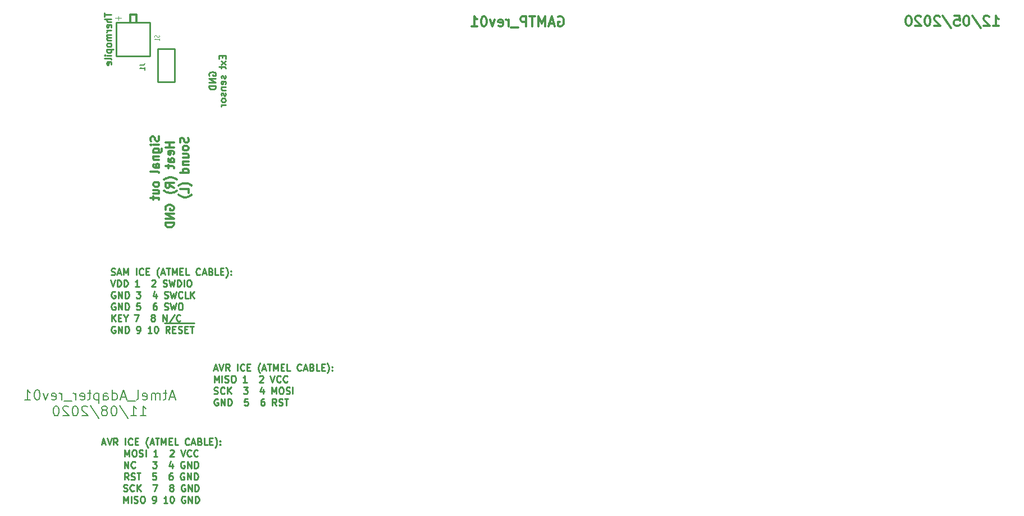
<source format=gbo>
G04 #@! TF.GenerationSoftware,KiCad,Pcbnew,5.1.5-52549c5~86~ubuntu18.04.1*
G04 #@! TF.CreationDate,2020-12-07T22:29:05-08:00*
G04 #@! TF.ProjectId,multiple_PCBs,6d756c74-6970-46c6-955f-504342732e6b,rev?*
G04 #@! TF.SameCoordinates,Original*
G04 #@! TF.FileFunction,Legend,Bot*
G04 #@! TF.FilePolarity,Positive*
%FSLAX46Y46*%
G04 Gerber Fmt 4.6, Leading zero omitted, Abs format (unit mm)*
G04 Created by KiCad (PCBNEW 5.1.5-52549c5~86~ubuntu18.04.1) date 2020-12-07 22:29:05*
%MOMM*%
%LPD*%
G04 APERTURE LIST*
%ADD10C,0.250000*%
%ADD11C,0.150000*%
%ADD12C,0.254000*%
%ADD13C,0.304800*%
%ADD14C,0.300000*%
%ADD15C,0.120000*%
%ADD16C,0.125000*%
%ADD17C,0.190500*%
G04 APERTURE END LIST*
D10*
X180438976Y-113111666D02*
X180915166Y-113111666D01*
X180343738Y-113397380D02*
X180677071Y-112397380D01*
X181010404Y-113397380D01*
X181200880Y-112397380D02*
X181534214Y-113397380D01*
X181867547Y-112397380D01*
X182772309Y-113397380D02*
X182438976Y-112921190D01*
X182200880Y-113397380D02*
X182200880Y-112397380D01*
X182581833Y-112397380D01*
X182677071Y-112445000D01*
X182724690Y-112492619D01*
X182772309Y-112587857D01*
X182772309Y-112730714D01*
X182724690Y-112825952D01*
X182677071Y-112873571D01*
X182581833Y-112921190D01*
X182200880Y-112921190D01*
X183962785Y-113397380D02*
X183962785Y-112397380D01*
X185010404Y-113302142D02*
X184962785Y-113349761D01*
X184819928Y-113397380D01*
X184724690Y-113397380D01*
X184581833Y-113349761D01*
X184486595Y-113254523D01*
X184438976Y-113159285D01*
X184391357Y-112968809D01*
X184391357Y-112825952D01*
X184438976Y-112635476D01*
X184486595Y-112540238D01*
X184581833Y-112445000D01*
X184724690Y-112397380D01*
X184819928Y-112397380D01*
X184962785Y-112445000D01*
X185010404Y-112492619D01*
X185438976Y-112873571D02*
X185772309Y-112873571D01*
X185915166Y-113397380D02*
X185438976Y-113397380D01*
X185438976Y-112397380D01*
X185915166Y-112397380D01*
X187391357Y-113778333D02*
X187343738Y-113730714D01*
X187248500Y-113587857D01*
X187200880Y-113492619D01*
X187153261Y-113349761D01*
X187105642Y-113111666D01*
X187105642Y-112921190D01*
X187153261Y-112683095D01*
X187200880Y-112540238D01*
X187248500Y-112445000D01*
X187343738Y-112302142D01*
X187391357Y-112254523D01*
X187724690Y-113111666D02*
X188200880Y-113111666D01*
X187629452Y-113397380D02*
X187962785Y-112397380D01*
X188296119Y-113397380D01*
X188486595Y-112397380D02*
X189058023Y-112397380D01*
X188772309Y-113397380D02*
X188772309Y-112397380D01*
X189391357Y-113397380D02*
X189391357Y-112397380D01*
X189724690Y-113111666D01*
X190058023Y-112397380D01*
X190058023Y-113397380D01*
X190534214Y-112873571D02*
X190867547Y-112873571D01*
X191010404Y-113397380D02*
X190534214Y-113397380D01*
X190534214Y-112397380D01*
X191010404Y-112397380D01*
X191915166Y-113397380D02*
X191438976Y-113397380D01*
X191438976Y-112397380D01*
X193581833Y-113302142D02*
X193534214Y-113349761D01*
X193391357Y-113397380D01*
X193296119Y-113397380D01*
X193153261Y-113349761D01*
X193058023Y-113254523D01*
X193010404Y-113159285D01*
X192962785Y-112968809D01*
X192962785Y-112825952D01*
X193010404Y-112635476D01*
X193058023Y-112540238D01*
X193153261Y-112445000D01*
X193296119Y-112397380D01*
X193391357Y-112397380D01*
X193534214Y-112445000D01*
X193581833Y-112492619D01*
X193962785Y-113111666D02*
X194438976Y-113111666D01*
X193867547Y-113397380D02*
X194200880Y-112397380D01*
X194534214Y-113397380D01*
X195200880Y-112873571D02*
X195343738Y-112921190D01*
X195391357Y-112968809D01*
X195438976Y-113064047D01*
X195438976Y-113206904D01*
X195391357Y-113302142D01*
X195343738Y-113349761D01*
X195248500Y-113397380D01*
X194867547Y-113397380D01*
X194867547Y-112397380D01*
X195200880Y-112397380D01*
X195296119Y-112445000D01*
X195343738Y-112492619D01*
X195391357Y-112587857D01*
X195391357Y-112683095D01*
X195343738Y-112778333D01*
X195296119Y-112825952D01*
X195200880Y-112873571D01*
X194867547Y-112873571D01*
X196343738Y-113397380D02*
X195867547Y-113397380D01*
X195867547Y-112397380D01*
X196677071Y-112873571D02*
X197010404Y-112873571D01*
X197153261Y-113397380D02*
X196677071Y-113397380D01*
X196677071Y-112397380D01*
X197153261Y-112397380D01*
X197486595Y-113778333D02*
X197534214Y-113730714D01*
X197629452Y-113587857D01*
X197677071Y-113492619D01*
X197724690Y-113349761D01*
X197772309Y-113111666D01*
X197772309Y-112921190D01*
X197724690Y-112683095D01*
X197677071Y-112540238D01*
X197629452Y-112445000D01*
X197534214Y-112302142D01*
X197486595Y-112254523D01*
X198248500Y-113302142D02*
X198296119Y-113349761D01*
X198248500Y-113397380D01*
X198200880Y-113349761D01*
X198248500Y-113302142D01*
X198248500Y-113397380D01*
X198248500Y-112778333D02*
X198296119Y-112825952D01*
X198248500Y-112873571D01*
X198200880Y-112825952D01*
X198248500Y-112778333D01*
X198248500Y-112873571D01*
X180486595Y-115147380D02*
X180486595Y-114147380D01*
X180819928Y-114861666D01*
X181153261Y-114147380D01*
X181153261Y-115147380D01*
X181629452Y-115147380D02*
X181629452Y-114147380D01*
X182058023Y-115099761D02*
X182200880Y-115147380D01*
X182438976Y-115147380D01*
X182534214Y-115099761D01*
X182581833Y-115052142D01*
X182629452Y-114956904D01*
X182629452Y-114861666D01*
X182581833Y-114766428D01*
X182534214Y-114718809D01*
X182438976Y-114671190D01*
X182248500Y-114623571D01*
X182153261Y-114575952D01*
X182105642Y-114528333D01*
X182058023Y-114433095D01*
X182058023Y-114337857D01*
X182105642Y-114242619D01*
X182153261Y-114195000D01*
X182248500Y-114147380D01*
X182486595Y-114147380D01*
X182629452Y-114195000D01*
X183248500Y-114147380D02*
X183438976Y-114147380D01*
X183534214Y-114195000D01*
X183629452Y-114290238D01*
X183677071Y-114480714D01*
X183677071Y-114814047D01*
X183629452Y-115004523D01*
X183534214Y-115099761D01*
X183438976Y-115147380D01*
X183248500Y-115147380D01*
X183153261Y-115099761D01*
X183058023Y-115004523D01*
X183010404Y-114814047D01*
X183010404Y-114480714D01*
X183058023Y-114290238D01*
X183153261Y-114195000D01*
X183248500Y-114147380D01*
X185391357Y-115147380D02*
X184819928Y-115147380D01*
X185105642Y-115147380D02*
X185105642Y-114147380D01*
X185010404Y-114290238D01*
X184915166Y-114385476D01*
X184819928Y-114433095D01*
X187296119Y-114242619D02*
X187343738Y-114195000D01*
X187438976Y-114147380D01*
X187677071Y-114147380D01*
X187772309Y-114195000D01*
X187819928Y-114242619D01*
X187867547Y-114337857D01*
X187867547Y-114433095D01*
X187819928Y-114575952D01*
X187248500Y-115147380D01*
X187867547Y-115147380D01*
X188915166Y-114147380D02*
X189248500Y-115147380D01*
X189581833Y-114147380D01*
X190486595Y-115052142D02*
X190438976Y-115099761D01*
X190296119Y-115147380D01*
X190200880Y-115147380D01*
X190058023Y-115099761D01*
X189962785Y-115004523D01*
X189915166Y-114909285D01*
X189867547Y-114718809D01*
X189867547Y-114575952D01*
X189915166Y-114385476D01*
X189962785Y-114290238D01*
X190058023Y-114195000D01*
X190200880Y-114147380D01*
X190296119Y-114147380D01*
X190438976Y-114195000D01*
X190486595Y-114242619D01*
X191486595Y-115052142D02*
X191438976Y-115099761D01*
X191296119Y-115147380D01*
X191200880Y-115147380D01*
X191058023Y-115099761D01*
X190962785Y-115004523D01*
X190915166Y-114909285D01*
X190867547Y-114718809D01*
X190867547Y-114575952D01*
X190915166Y-114385476D01*
X190962785Y-114290238D01*
X191058023Y-114195000D01*
X191200880Y-114147380D01*
X191296119Y-114147380D01*
X191438976Y-114195000D01*
X191486595Y-114242619D01*
X180438976Y-116849761D02*
X180581833Y-116897380D01*
X180819928Y-116897380D01*
X180915166Y-116849761D01*
X180962785Y-116802142D01*
X181010404Y-116706904D01*
X181010404Y-116611666D01*
X180962785Y-116516428D01*
X180915166Y-116468809D01*
X180819928Y-116421190D01*
X180629452Y-116373571D01*
X180534214Y-116325952D01*
X180486595Y-116278333D01*
X180438976Y-116183095D01*
X180438976Y-116087857D01*
X180486595Y-115992619D01*
X180534214Y-115945000D01*
X180629452Y-115897380D01*
X180867547Y-115897380D01*
X181010404Y-115945000D01*
X182010404Y-116802142D02*
X181962785Y-116849761D01*
X181819928Y-116897380D01*
X181724690Y-116897380D01*
X181581833Y-116849761D01*
X181486595Y-116754523D01*
X181438976Y-116659285D01*
X181391357Y-116468809D01*
X181391357Y-116325952D01*
X181438976Y-116135476D01*
X181486595Y-116040238D01*
X181581833Y-115945000D01*
X181724690Y-115897380D01*
X181819928Y-115897380D01*
X181962785Y-115945000D01*
X182010404Y-115992619D01*
X182438976Y-116897380D02*
X182438976Y-115897380D01*
X183010404Y-116897380D02*
X182581833Y-116325952D01*
X183010404Y-115897380D02*
X182438976Y-116468809D01*
X184867547Y-115897380D02*
X185486595Y-115897380D01*
X185153261Y-116278333D01*
X185296119Y-116278333D01*
X185391357Y-116325952D01*
X185438976Y-116373571D01*
X185486595Y-116468809D01*
X185486595Y-116706904D01*
X185438976Y-116802142D01*
X185391357Y-116849761D01*
X185296119Y-116897380D01*
X185010404Y-116897380D01*
X184915166Y-116849761D01*
X184867547Y-116802142D01*
X187867547Y-116230714D02*
X187867547Y-116897380D01*
X187629452Y-115849761D02*
X187391357Y-116564047D01*
X188010404Y-116564047D01*
X189153261Y-116897380D02*
X189153261Y-115897380D01*
X189486595Y-116611666D01*
X189819928Y-115897380D01*
X189819928Y-116897380D01*
X190486595Y-115897380D02*
X190677071Y-115897380D01*
X190772309Y-115945000D01*
X190867547Y-116040238D01*
X190915166Y-116230714D01*
X190915166Y-116564047D01*
X190867547Y-116754523D01*
X190772309Y-116849761D01*
X190677071Y-116897380D01*
X190486595Y-116897380D01*
X190391357Y-116849761D01*
X190296119Y-116754523D01*
X190248500Y-116564047D01*
X190248500Y-116230714D01*
X190296119Y-116040238D01*
X190391357Y-115945000D01*
X190486595Y-115897380D01*
X191296119Y-116849761D02*
X191438976Y-116897380D01*
X191677071Y-116897380D01*
X191772309Y-116849761D01*
X191819928Y-116802142D01*
X191867547Y-116706904D01*
X191867547Y-116611666D01*
X191819928Y-116516428D01*
X191772309Y-116468809D01*
X191677071Y-116421190D01*
X191486595Y-116373571D01*
X191391357Y-116325952D01*
X191343738Y-116278333D01*
X191296119Y-116183095D01*
X191296119Y-116087857D01*
X191343738Y-115992619D01*
X191391357Y-115945000D01*
X191486595Y-115897380D01*
X191724690Y-115897380D01*
X191867547Y-115945000D01*
X192296119Y-116897380D02*
X192296119Y-115897380D01*
X181010404Y-117695000D02*
X180915166Y-117647380D01*
X180772309Y-117647380D01*
X180629452Y-117695000D01*
X180534214Y-117790238D01*
X180486595Y-117885476D01*
X180438976Y-118075952D01*
X180438976Y-118218809D01*
X180486595Y-118409285D01*
X180534214Y-118504523D01*
X180629452Y-118599761D01*
X180772309Y-118647380D01*
X180867547Y-118647380D01*
X181010404Y-118599761D01*
X181058023Y-118552142D01*
X181058023Y-118218809D01*
X180867547Y-118218809D01*
X181486595Y-118647380D02*
X181486595Y-117647380D01*
X182058023Y-118647380D01*
X182058023Y-117647380D01*
X182534214Y-118647380D02*
X182534214Y-117647380D01*
X182772309Y-117647380D01*
X182915166Y-117695000D01*
X183010404Y-117790238D01*
X183058023Y-117885476D01*
X183105642Y-118075952D01*
X183105642Y-118218809D01*
X183058023Y-118409285D01*
X183010404Y-118504523D01*
X182915166Y-118599761D01*
X182772309Y-118647380D01*
X182534214Y-118647380D01*
X185534214Y-117647380D02*
X185058023Y-117647380D01*
X185010404Y-118123571D01*
X185058023Y-118075952D01*
X185153261Y-118028333D01*
X185391357Y-118028333D01*
X185486595Y-118075952D01*
X185534214Y-118123571D01*
X185581833Y-118218809D01*
X185581833Y-118456904D01*
X185534214Y-118552142D01*
X185486595Y-118599761D01*
X185391357Y-118647380D01*
X185153261Y-118647380D01*
X185058023Y-118599761D01*
X185010404Y-118552142D01*
X187962785Y-117647380D02*
X187772309Y-117647380D01*
X187677071Y-117695000D01*
X187629452Y-117742619D01*
X187534214Y-117885476D01*
X187486595Y-118075952D01*
X187486595Y-118456904D01*
X187534214Y-118552142D01*
X187581833Y-118599761D01*
X187677071Y-118647380D01*
X187867547Y-118647380D01*
X187962785Y-118599761D01*
X188010404Y-118552142D01*
X188058023Y-118456904D01*
X188058023Y-118218809D01*
X188010404Y-118123571D01*
X187962785Y-118075952D01*
X187867547Y-118028333D01*
X187677071Y-118028333D01*
X187581833Y-118075952D01*
X187534214Y-118123571D01*
X187486595Y-118218809D01*
X189819928Y-118647380D02*
X189486595Y-118171190D01*
X189248500Y-118647380D02*
X189248500Y-117647380D01*
X189629452Y-117647380D01*
X189724690Y-117695000D01*
X189772309Y-117742619D01*
X189819928Y-117837857D01*
X189819928Y-117980714D01*
X189772309Y-118075952D01*
X189724690Y-118123571D01*
X189629452Y-118171190D01*
X189248500Y-118171190D01*
X190200880Y-118599761D02*
X190343738Y-118647380D01*
X190581833Y-118647380D01*
X190677071Y-118599761D01*
X190724690Y-118552142D01*
X190772309Y-118456904D01*
X190772309Y-118361666D01*
X190724690Y-118266428D01*
X190677071Y-118218809D01*
X190581833Y-118171190D01*
X190391357Y-118123571D01*
X190296119Y-118075952D01*
X190248500Y-118028333D01*
X190200880Y-117933095D01*
X190200880Y-117837857D01*
X190248500Y-117742619D01*
X190296119Y-117695000D01*
X190391357Y-117647380D01*
X190629452Y-117647380D01*
X190772309Y-117695000D01*
X191058023Y-117647380D02*
X191629452Y-117647380D01*
X191343738Y-118647380D02*
X191343738Y-117647380D01*
X163537428Y-124315666D02*
X164013619Y-124315666D01*
X163442190Y-124601380D02*
X163775523Y-123601380D01*
X164108857Y-124601380D01*
X164299333Y-123601380D02*
X164632666Y-124601380D01*
X164966000Y-123601380D01*
X165870761Y-124601380D02*
X165537428Y-124125190D01*
X165299333Y-124601380D02*
X165299333Y-123601380D01*
X165680285Y-123601380D01*
X165775523Y-123649000D01*
X165823142Y-123696619D01*
X165870761Y-123791857D01*
X165870761Y-123934714D01*
X165823142Y-124029952D01*
X165775523Y-124077571D01*
X165680285Y-124125190D01*
X165299333Y-124125190D01*
X167061238Y-124601380D02*
X167061238Y-123601380D01*
X168108857Y-124506142D02*
X168061238Y-124553761D01*
X167918380Y-124601380D01*
X167823142Y-124601380D01*
X167680285Y-124553761D01*
X167585047Y-124458523D01*
X167537428Y-124363285D01*
X167489809Y-124172809D01*
X167489809Y-124029952D01*
X167537428Y-123839476D01*
X167585047Y-123744238D01*
X167680285Y-123649000D01*
X167823142Y-123601380D01*
X167918380Y-123601380D01*
X168061238Y-123649000D01*
X168108857Y-123696619D01*
X168537428Y-124077571D02*
X168870761Y-124077571D01*
X169013619Y-124601380D02*
X168537428Y-124601380D01*
X168537428Y-123601380D01*
X169013619Y-123601380D01*
X170489809Y-124982333D02*
X170442190Y-124934714D01*
X170346952Y-124791857D01*
X170299333Y-124696619D01*
X170251714Y-124553761D01*
X170204095Y-124315666D01*
X170204095Y-124125190D01*
X170251714Y-123887095D01*
X170299333Y-123744238D01*
X170346952Y-123649000D01*
X170442190Y-123506142D01*
X170489809Y-123458523D01*
X170823142Y-124315666D02*
X171299333Y-124315666D01*
X170727904Y-124601380D02*
X171061238Y-123601380D01*
X171394571Y-124601380D01*
X171585047Y-123601380D02*
X172156476Y-123601380D01*
X171870761Y-124601380D02*
X171870761Y-123601380D01*
X172489809Y-124601380D02*
X172489809Y-123601380D01*
X172823142Y-124315666D01*
X173156476Y-123601380D01*
X173156476Y-124601380D01*
X173632666Y-124077571D02*
X173966000Y-124077571D01*
X174108857Y-124601380D02*
X173632666Y-124601380D01*
X173632666Y-123601380D01*
X174108857Y-123601380D01*
X175013619Y-124601380D02*
X174537428Y-124601380D01*
X174537428Y-123601380D01*
X176680285Y-124506142D02*
X176632666Y-124553761D01*
X176489809Y-124601380D01*
X176394571Y-124601380D01*
X176251714Y-124553761D01*
X176156476Y-124458523D01*
X176108857Y-124363285D01*
X176061238Y-124172809D01*
X176061238Y-124029952D01*
X176108857Y-123839476D01*
X176156476Y-123744238D01*
X176251714Y-123649000D01*
X176394571Y-123601380D01*
X176489809Y-123601380D01*
X176632666Y-123649000D01*
X176680285Y-123696619D01*
X177061238Y-124315666D02*
X177537428Y-124315666D01*
X176966000Y-124601380D02*
X177299333Y-123601380D01*
X177632666Y-124601380D01*
X178299333Y-124077571D02*
X178442190Y-124125190D01*
X178489809Y-124172809D01*
X178537428Y-124268047D01*
X178537428Y-124410904D01*
X178489809Y-124506142D01*
X178442190Y-124553761D01*
X178346952Y-124601380D01*
X177966000Y-124601380D01*
X177966000Y-123601380D01*
X178299333Y-123601380D01*
X178394571Y-123649000D01*
X178442190Y-123696619D01*
X178489809Y-123791857D01*
X178489809Y-123887095D01*
X178442190Y-123982333D01*
X178394571Y-124029952D01*
X178299333Y-124077571D01*
X177966000Y-124077571D01*
X179442190Y-124601380D02*
X178966000Y-124601380D01*
X178966000Y-123601380D01*
X179775523Y-124077571D02*
X180108857Y-124077571D01*
X180251714Y-124601380D02*
X179775523Y-124601380D01*
X179775523Y-123601380D01*
X180251714Y-123601380D01*
X180585047Y-124982333D02*
X180632666Y-124934714D01*
X180727904Y-124791857D01*
X180775523Y-124696619D01*
X180823142Y-124553761D01*
X180870761Y-124315666D01*
X180870761Y-124125190D01*
X180823142Y-123887095D01*
X180775523Y-123744238D01*
X180727904Y-123649000D01*
X180632666Y-123506142D01*
X180585047Y-123458523D01*
X181346952Y-124506142D02*
X181394571Y-124553761D01*
X181346952Y-124601380D01*
X181299333Y-124553761D01*
X181346952Y-124506142D01*
X181346952Y-124601380D01*
X181346952Y-123982333D02*
X181394571Y-124029952D01*
X181346952Y-124077571D01*
X181299333Y-124029952D01*
X181346952Y-123982333D01*
X181346952Y-124077571D01*
X166989809Y-126351380D02*
X166989809Y-125351380D01*
X167323142Y-126065666D01*
X167656476Y-125351380D01*
X167656476Y-126351380D01*
X168323142Y-125351380D02*
X168513619Y-125351380D01*
X168608857Y-125399000D01*
X168704095Y-125494238D01*
X168751714Y-125684714D01*
X168751714Y-126018047D01*
X168704095Y-126208523D01*
X168608857Y-126303761D01*
X168513619Y-126351380D01*
X168323142Y-126351380D01*
X168227904Y-126303761D01*
X168132666Y-126208523D01*
X168085047Y-126018047D01*
X168085047Y-125684714D01*
X168132666Y-125494238D01*
X168227904Y-125399000D01*
X168323142Y-125351380D01*
X169132666Y-126303761D02*
X169275523Y-126351380D01*
X169513619Y-126351380D01*
X169608857Y-126303761D01*
X169656476Y-126256142D01*
X169704095Y-126160904D01*
X169704095Y-126065666D01*
X169656476Y-125970428D01*
X169608857Y-125922809D01*
X169513619Y-125875190D01*
X169323142Y-125827571D01*
X169227904Y-125779952D01*
X169180285Y-125732333D01*
X169132666Y-125637095D01*
X169132666Y-125541857D01*
X169180285Y-125446619D01*
X169227904Y-125399000D01*
X169323142Y-125351380D01*
X169561238Y-125351380D01*
X169704095Y-125399000D01*
X170132666Y-126351380D02*
X170132666Y-125351380D01*
X171894571Y-126351380D02*
X171323142Y-126351380D01*
X171608857Y-126351380D02*
X171608857Y-125351380D01*
X171513619Y-125494238D01*
X171418380Y-125589476D01*
X171323142Y-125637095D01*
X173799333Y-125446619D02*
X173846952Y-125399000D01*
X173942190Y-125351380D01*
X174180285Y-125351380D01*
X174275523Y-125399000D01*
X174323142Y-125446619D01*
X174370761Y-125541857D01*
X174370761Y-125637095D01*
X174323142Y-125779952D01*
X173751714Y-126351380D01*
X174370761Y-126351380D01*
X175418380Y-125351380D02*
X175751714Y-126351380D01*
X176085047Y-125351380D01*
X176989809Y-126256142D02*
X176942190Y-126303761D01*
X176799333Y-126351380D01*
X176704095Y-126351380D01*
X176561238Y-126303761D01*
X176466000Y-126208523D01*
X176418380Y-126113285D01*
X176370761Y-125922809D01*
X176370761Y-125779952D01*
X176418380Y-125589476D01*
X176466000Y-125494238D01*
X176561238Y-125399000D01*
X176704095Y-125351380D01*
X176799333Y-125351380D01*
X176942190Y-125399000D01*
X176989809Y-125446619D01*
X177989809Y-126256142D02*
X177942190Y-126303761D01*
X177799333Y-126351380D01*
X177704095Y-126351380D01*
X177561238Y-126303761D01*
X177466000Y-126208523D01*
X177418380Y-126113285D01*
X177370761Y-125922809D01*
X177370761Y-125779952D01*
X177418380Y-125589476D01*
X177466000Y-125494238D01*
X177561238Y-125399000D01*
X177704095Y-125351380D01*
X177799333Y-125351380D01*
X177942190Y-125399000D01*
X177989809Y-125446619D01*
X166918380Y-128101380D02*
X166918380Y-127101380D01*
X167489809Y-128101380D01*
X167489809Y-127101380D01*
X168537428Y-128006142D02*
X168489809Y-128053761D01*
X168346952Y-128101380D01*
X168251714Y-128101380D01*
X168108857Y-128053761D01*
X168013619Y-127958523D01*
X167966000Y-127863285D01*
X167918380Y-127672809D01*
X167918380Y-127529952D01*
X167966000Y-127339476D01*
X168013619Y-127244238D01*
X168108857Y-127149000D01*
X168251714Y-127101380D01*
X168346952Y-127101380D01*
X168489809Y-127149000D01*
X168537428Y-127196619D01*
X171156476Y-127101380D02*
X171775523Y-127101380D01*
X171442190Y-127482333D01*
X171585047Y-127482333D01*
X171680285Y-127529952D01*
X171727904Y-127577571D01*
X171775523Y-127672809D01*
X171775523Y-127910904D01*
X171727904Y-128006142D01*
X171680285Y-128053761D01*
X171585047Y-128101380D01*
X171299333Y-128101380D01*
X171204095Y-128053761D01*
X171156476Y-128006142D01*
X174156476Y-127434714D02*
X174156476Y-128101380D01*
X173918380Y-127053761D02*
X173680285Y-127768047D01*
X174299333Y-127768047D01*
X175966000Y-127149000D02*
X175870761Y-127101380D01*
X175727904Y-127101380D01*
X175585047Y-127149000D01*
X175489809Y-127244238D01*
X175442190Y-127339476D01*
X175394571Y-127529952D01*
X175394571Y-127672809D01*
X175442190Y-127863285D01*
X175489809Y-127958523D01*
X175585047Y-128053761D01*
X175727904Y-128101380D01*
X175823142Y-128101380D01*
X175966000Y-128053761D01*
X176013619Y-128006142D01*
X176013619Y-127672809D01*
X175823142Y-127672809D01*
X176442190Y-128101380D02*
X176442190Y-127101380D01*
X177013619Y-128101380D01*
X177013619Y-127101380D01*
X177489809Y-128101380D02*
X177489809Y-127101380D01*
X177727904Y-127101380D01*
X177870761Y-127149000D01*
X177966000Y-127244238D01*
X178013619Y-127339476D01*
X178061238Y-127529952D01*
X178061238Y-127672809D01*
X178013619Y-127863285D01*
X177966000Y-127958523D01*
X177870761Y-128053761D01*
X177727904Y-128101380D01*
X177489809Y-128101380D01*
X167537428Y-129851380D02*
X167204095Y-129375190D01*
X166966000Y-129851380D02*
X166966000Y-128851380D01*
X167346952Y-128851380D01*
X167442190Y-128899000D01*
X167489809Y-128946619D01*
X167537428Y-129041857D01*
X167537428Y-129184714D01*
X167489809Y-129279952D01*
X167442190Y-129327571D01*
X167346952Y-129375190D01*
X166966000Y-129375190D01*
X167918380Y-129803761D02*
X168061238Y-129851380D01*
X168299333Y-129851380D01*
X168394571Y-129803761D01*
X168442190Y-129756142D01*
X168489809Y-129660904D01*
X168489809Y-129565666D01*
X168442190Y-129470428D01*
X168394571Y-129422809D01*
X168299333Y-129375190D01*
X168108857Y-129327571D01*
X168013619Y-129279952D01*
X167966000Y-129232333D01*
X167918380Y-129137095D01*
X167918380Y-129041857D01*
X167966000Y-128946619D01*
X168013619Y-128899000D01*
X168108857Y-128851380D01*
X168346952Y-128851380D01*
X168489809Y-128899000D01*
X168775523Y-128851380D02*
X169346952Y-128851380D01*
X169061238Y-129851380D02*
X169061238Y-128851380D01*
X171680285Y-128851380D02*
X171204095Y-128851380D01*
X171156476Y-129327571D01*
X171204095Y-129279952D01*
X171299333Y-129232333D01*
X171537428Y-129232333D01*
X171632666Y-129279952D01*
X171680285Y-129327571D01*
X171727904Y-129422809D01*
X171727904Y-129660904D01*
X171680285Y-129756142D01*
X171632666Y-129803761D01*
X171537428Y-129851380D01*
X171299333Y-129851380D01*
X171204095Y-129803761D01*
X171156476Y-129756142D01*
X174108857Y-128851380D02*
X173918380Y-128851380D01*
X173823142Y-128899000D01*
X173775523Y-128946619D01*
X173680285Y-129089476D01*
X173632666Y-129279952D01*
X173632666Y-129660904D01*
X173680285Y-129756142D01*
X173727904Y-129803761D01*
X173823142Y-129851380D01*
X174013619Y-129851380D01*
X174108857Y-129803761D01*
X174156476Y-129756142D01*
X174204095Y-129660904D01*
X174204095Y-129422809D01*
X174156476Y-129327571D01*
X174108857Y-129279952D01*
X174013619Y-129232333D01*
X173823142Y-129232333D01*
X173727904Y-129279952D01*
X173680285Y-129327571D01*
X173632666Y-129422809D01*
X175918380Y-128899000D02*
X175823142Y-128851380D01*
X175680285Y-128851380D01*
X175537428Y-128899000D01*
X175442190Y-128994238D01*
X175394571Y-129089476D01*
X175346952Y-129279952D01*
X175346952Y-129422809D01*
X175394571Y-129613285D01*
X175442190Y-129708523D01*
X175537428Y-129803761D01*
X175680285Y-129851380D01*
X175775523Y-129851380D01*
X175918380Y-129803761D01*
X175966000Y-129756142D01*
X175966000Y-129422809D01*
X175775523Y-129422809D01*
X176394571Y-129851380D02*
X176394571Y-128851380D01*
X176966000Y-129851380D01*
X176966000Y-128851380D01*
X177442190Y-129851380D02*
X177442190Y-128851380D01*
X177680285Y-128851380D01*
X177823142Y-128899000D01*
X177918380Y-128994238D01*
X177966000Y-129089476D01*
X178013619Y-129279952D01*
X178013619Y-129422809D01*
X177966000Y-129613285D01*
X177918380Y-129708523D01*
X177823142Y-129803761D01*
X177680285Y-129851380D01*
X177442190Y-129851380D01*
X166799333Y-131553761D02*
X166942190Y-131601380D01*
X167180285Y-131601380D01*
X167275523Y-131553761D01*
X167323142Y-131506142D01*
X167370761Y-131410904D01*
X167370761Y-131315666D01*
X167323142Y-131220428D01*
X167275523Y-131172809D01*
X167180285Y-131125190D01*
X166989809Y-131077571D01*
X166894571Y-131029952D01*
X166846952Y-130982333D01*
X166799333Y-130887095D01*
X166799333Y-130791857D01*
X166846952Y-130696619D01*
X166894571Y-130649000D01*
X166989809Y-130601380D01*
X167227904Y-130601380D01*
X167370761Y-130649000D01*
X168370761Y-131506142D02*
X168323142Y-131553761D01*
X168180285Y-131601380D01*
X168085047Y-131601380D01*
X167942190Y-131553761D01*
X167846952Y-131458523D01*
X167799333Y-131363285D01*
X167751714Y-131172809D01*
X167751714Y-131029952D01*
X167799333Y-130839476D01*
X167846952Y-130744238D01*
X167942190Y-130649000D01*
X168085047Y-130601380D01*
X168180285Y-130601380D01*
X168323142Y-130649000D01*
X168370761Y-130696619D01*
X168799333Y-131601380D02*
X168799333Y-130601380D01*
X169370761Y-131601380D02*
X168942190Y-131029952D01*
X169370761Y-130601380D02*
X168799333Y-131172809D01*
X171227904Y-130601380D02*
X171894571Y-130601380D01*
X171466000Y-131601380D01*
X173942190Y-131029952D02*
X173846952Y-130982333D01*
X173799333Y-130934714D01*
X173751714Y-130839476D01*
X173751714Y-130791857D01*
X173799333Y-130696619D01*
X173846952Y-130649000D01*
X173942190Y-130601380D01*
X174132666Y-130601380D01*
X174227904Y-130649000D01*
X174275523Y-130696619D01*
X174323142Y-130791857D01*
X174323142Y-130839476D01*
X174275523Y-130934714D01*
X174227904Y-130982333D01*
X174132666Y-131029952D01*
X173942190Y-131029952D01*
X173846952Y-131077571D01*
X173799333Y-131125190D01*
X173751714Y-131220428D01*
X173751714Y-131410904D01*
X173799333Y-131506142D01*
X173846952Y-131553761D01*
X173942190Y-131601380D01*
X174132666Y-131601380D01*
X174227904Y-131553761D01*
X174275523Y-131506142D01*
X174323142Y-131410904D01*
X174323142Y-131220428D01*
X174275523Y-131125190D01*
X174227904Y-131077571D01*
X174132666Y-131029952D01*
X176037428Y-130649000D02*
X175942190Y-130601380D01*
X175799333Y-130601380D01*
X175656476Y-130649000D01*
X175561238Y-130744238D01*
X175513619Y-130839476D01*
X175466000Y-131029952D01*
X175466000Y-131172809D01*
X175513619Y-131363285D01*
X175561238Y-131458523D01*
X175656476Y-131553761D01*
X175799333Y-131601380D01*
X175894571Y-131601380D01*
X176037428Y-131553761D01*
X176085047Y-131506142D01*
X176085047Y-131172809D01*
X175894571Y-131172809D01*
X176513619Y-131601380D02*
X176513619Y-130601380D01*
X177085047Y-131601380D01*
X177085047Y-130601380D01*
X177561238Y-131601380D02*
X177561238Y-130601380D01*
X177799333Y-130601380D01*
X177942190Y-130649000D01*
X178037428Y-130744238D01*
X178085047Y-130839476D01*
X178132666Y-131029952D01*
X178132666Y-131172809D01*
X178085047Y-131363285D01*
X178037428Y-131458523D01*
X177942190Y-131553761D01*
X177799333Y-131601380D01*
X177561238Y-131601380D01*
X166799333Y-133351380D02*
X166799333Y-132351380D01*
X167132666Y-133065666D01*
X167466000Y-132351380D01*
X167466000Y-133351380D01*
X167942190Y-133351380D02*
X167942190Y-132351380D01*
X168370761Y-133303761D02*
X168513619Y-133351380D01*
X168751714Y-133351380D01*
X168846952Y-133303761D01*
X168894571Y-133256142D01*
X168942190Y-133160904D01*
X168942190Y-133065666D01*
X168894571Y-132970428D01*
X168846952Y-132922809D01*
X168751714Y-132875190D01*
X168561238Y-132827571D01*
X168466000Y-132779952D01*
X168418380Y-132732333D01*
X168370761Y-132637095D01*
X168370761Y-132541857D01*
X168418380Y-132446619D01*
X168466000Y-132399000D01*
X168561238Y-132351380D01*
X168799333Y-132351380D01*
X168942190Y-132399000D01*
X169561238Y-132351380D02*
X169751714Y-132351380D01*
X169846952Y-132399000D01*
X169942190Y-132494238D01*
X169989809Y-132684714D01*
X169989809Y-133018047D01*
X169942190Y-133208523D01*
X169846952Y-133303761D01*
X169751714Y-133351380D01*
X169561238Y-133351380D01*
X169466000Y-133303761D01*
X169370761Y-133208523D01*
X169323142Y-133018047D01*
X169323142Y-132684714D01*
X169370761Y-132494238D01*
X169466000Y-132399000D01*
X169561238Y-132351380D01*
X171227904Y-133351380D02*
X171418380Y-133351380D01*
X171513619Y-133303761D01*
X171561238Y-133256142D01*
X171656476Y-133113285D01*
X171704095Y-132922809D01*
X171704095Y-132541857D01*
X171656476Y-132446619D01*
X171608857Y-132399000D01*
X171513619Y-132351380D01*
X171323142Y-132351380D01*
X171227904Y-132399000D01*
X171180285Y-132446619D01*
X171132666Y-132541857D01*
X171132666Y-132779952D01*
X171180285Y-132875190D01*
X171227904Y-132922809D01*
X171323142Y-132970428D01*
X171513619Y-132970428D01*
X171608857Y-132922809D01*
X171656476Y-132875190D01*
X171704095Y-132779952D01*
X173418380Y-133351380D02*
X172846952Y-133351380D01*
X173132666Y-133351380D02*
X173132666Y-132351380D01*
X173037428Y-132494238D01*
X172942190Y-132589476D01*
X172846952Y-132637095D01*
X174037428Y-132351380D02*
X174132666Y-132351380D01*
X174227904Y-132399000D01*
X174275523Y-132446619D01*
X174323142Y-132541857D01*
X174370761Y-132732333D01*
X174370761Y-132970428D01*
X174323142Y-133160904D01*
X174275523Y-133256142D01*
X174227904Y-133303761D01*
X174132666Y-133351380D01*
X174037428Y-133351380D01*
X173942190Y-133303761D01*
X173894571Y-133256142D01*
X173846952Y-133160904D01*
X173799333Y-132970428D01*
X173799333Y-132732333D01*
X173846952Y-132541857D01*
X173894571Y-132446619D01*
X173942190Y-132399000D01*
X174037428Y-132351380D01*
X176085047Y-132399000D02*
X175989809Y-132351380D01*
X175846952Y-132351380D01*
X175704095Y-132399000D01*
X175608857Y-132494238D01*
X175561238Y-132589476D01*
X175513619Y-132779952D01*
X175513619Y-132922809D01*
X175561238Y-133113285D01*
X175608857Y-133208523D01*
X175704095Y-133303761D01*
X175846952Y-133351380D01*
X175942190Y-133351380D01*
X176085047Y-133303761D01*
X176132666Y-133256142D01*
X176132666Y-132922809D01*
X175942190Y-132922809D01*
X176561238Y-133351380D02*
X176561238Y-132351380D01*
X177132666Y-133351380D01*
X177132666Y-132351380D01*
X177608857Y-133351380D02*
X177608857Y-132351380D01*
X177846952Y-132351380D01*
X177989809Y-132399000D01*
X178085047Y-132494238D01*
X178132666Y-132589476D01*
X178180285Y-132779952D01*
X178180285Y-132922809D01*
X178132666Y-133113285D01*
X178085047Y-133208523D01*
X177989809Y-133303761D01*
X177846952Y-133351380D01*
X177608857Y-133351380D01*
X164944976Y-98899761D02*
X165087833Y-98947380D01*
X165325928Y-98947380D01*
X165421166Y-98899761D01*
X165468785Y-98852142D01*
X165516404Y-98756904D01*
X165516404Y-98661666D01*
X165468785Y-98566428D01*
X165421166Y-98518809D01*
X165325928Y-98471190D01*
X165135452Y-98423571D01*
X165040214Y-98375952D01*
X164992595Y-98328333D01*
X164944976Y-98233095D01*
X164944976Y-98137857D01*
X164992595Y-98042619D01*
X165040214Y-97995000D01*
X165135452Y-97947380D01*
X165373547Y-97947380D01*
X165516404Y-97995000D01*
X165897357Y-98661666D02*
X166373547Y-98661666D01*
X165802119Y-98947380D02*
X166135452Y-97947380D01*
X166468785Y-98947380D01*
X166802119Y-98947380D02*
X166802119Y-97947380D01*
X167135452Y-98661666D01*
X167468785Y-97947380D01*
X167468785Y-98947380D01*
X168706880Y-98947380D02*
X168706880Y-97947380D01*
X169754500Y-98852142D02*
X169706880Y-98899761D01*
X169564023Y-98947380D01*
X169468785Y-98947380D01*
X169325928Y-98899761D01*
X169230690Y-98804523D01*
X169183071Y-98709285D01*
X169135452Y-98518809D01*
X169135452Y-98375952D01*
X169183071Y-98185476D01*
X169230690Y-98090238D01*
X169325928Y-97995000D01*
X169468785Y-97947380D01*
X169564023Y-97947380D01*
X169706880Y-97995000D01*
X169754500Y-98042619D01*
X170183071Y-98423571D02*
X170516404Y-98423571D01*
X170659261Y-98947380D02*
X170183071Y-98947380D01*
X170183071Y-97947380D01*
X170659261Y-97947380D01*
X172135452Y-99328333D02*
X172087833Y-99280714D01*
X171992595Y-99137857D01*
X171944976Y-99042619D01*
X171897357Y-98899761D01*
X171849738Y-98661666D01*
X171849738Y-98471190D01*
X171897357Y-98233095D01*
X171944976Y-98090238D01*
X171992595Y-97995000D01*
X172087833Y-97852142D01*
X172135452Y-97804523D01*
X172468785Y-98661666D02*
X172944976Y-98661666D01*
X172373547Y-98947380D02*
X172706880Y-97947380D01*
X173040214Y-98947380D01*
X173230690Y-97947380D02*
X173802119Y-97947380D01*
X173516404Y-98947380D02*
X173516404Y-97947380D01*
X174135452Y-98947380D02*
X174135452Y-97947380D01*
X174468785Y-98661666D01*
X174802119Y-97947380D01*
X174802119Y-98947380D01*
X175278309Y-98423571D02*
X175611642Y-98423571D01*
X175754500Y-98947380D02*
X175278309Y-98947380D01*
X175278309Y-97947380D01*
X175754500Y-97947380D01*
X176659261Y-98947380D02*
X176183071Y-98947380D01*
X176183071Y-97947380D01*
X178325928Y-98852142D02*
X178278309Y-98899761D01*
X178135452Y-98947380D01*
X178040214Y-98947380D01*
X177897357Y-98899761D01*
X177802119Y-98804523D01*
X177754500Y-98709285D01*
X177706880Y-98518809D01*
X177706880Y-98375952D01*
X177754500Y-98185476D01*
X177802119Y-98090238D01*
X177897357Y-97995000D01*
X178040214Y-97947380D01*
X178135452Y-97947380D01*
X178278309Y-97995000D01*
X178325928Y-98042619D01*
X178706880Y-98661666D02*
X179183071Y-98661666D01*
X178611642Y-98947380D02*
X178944976Y-97947380D01*
X179278309Y-98947380D01*
X179944976Y-98423571D02*
X180087833Y-98471190D01*
X180135452Y-98518809D01*
X180183071Y-98614047D01*
X180183071Y-98756904D01*
X180135452Y-98852142D01*
X180087833Y-98899761D01*
X179992595Y-98947380D01*
X179611642Y-98947380D01*
X179611642Y-97947380D01*
X179944976Y-97947380D01*
X180040214Y-97995000D01*
X180087833Y-98042619D01*
X180135452Y-98137857D01*
X180135452Y-98233095D01*
X180087833Y-98328333D01*
X180040214Y-98375952D01*
X179944976Y-98423571D01*
X179611642Y-98423571D01*
X181087833Y-98947380D02*
X180611642Y-98947380D01*
X180611642Y-97947380D01*
X181421166Y-98423571D02*
X181754500Y-98423571D01*
X181897357Y-98947380D02*
X181421166Y-98947380D01*
X181421166Y-97947380D01*
X181897357Y-97947380D01*
X182230690Y-99328333D02*
X182278309Y-99280714D01*
X182373547Y-99137857D01*
X182421166Y-99042619D01*
X182468785Y-98899761D01*
X182516404Y-98661666D01*
X182516404Y-98471190D01*
X182468785Y-98233095D01*
X182421166Y-98090238D01*
X182373547Y-97995000D01*
X182278309Y-97852142D01*
X182230690Y-97804523D01*
X182992595Y-98852142D02*
X183040214Y-98899761D01*
X182992595Y-98947380D01*
X182944976Y-98899761D01*
X182992595Y-98852142D01*
X182992595Y-98947380D01*
X182992595Y-98328333D02*
X183040214Y-98375952D01*
X182992595Y-98423571D01*
X182944976Y-98375952D01*
X182992595Y-98328333D01*
X182992595Y-98423571D01*
X164849738Y-99697380D02*
X165183071Y-100697380D01*
X165516404Y-99697380D01*
X165849738Y-100697380D02*
X165849738Y-99697380D01*
X166087833Y-99697380D01*
X166230690Y-99745000D01*
X166325928Y-99840238D01*
X166373547Y-99935476D01*
X166421166Y-100125952D01*
X166421166Y-100268809D01*
X166373547Y-100459285D01*
X166325928Y-100554523D01*
X166230690Y-100649761D01*
X166087833Y-100697380D01*
X165849738Y-100697380D01*
X166849738Y-100697380D02*
X166849738Y-99697380D01*
X167087833Y-99697380D01*
X167230690Y-99745000D01*
X167325928Y-99840238D01*
X167373547Y-99935476D01*
X167421166Y-100125952D01*
X167421166Y-100268809D01*
X167373547Y-100459285D01*
X167325928Y-100554523D01*
X167230690Y-100649761D01*
X167087833Y-100697380D01*
X166849738Y-100697380D01*
X169135452Y-100697380D02*
X168564023Y-100697380D01*
X168849738Y-100697380D02*
X168849738Y-99697380D01*
X168754500Y-99840238D01*
X168659261Y-99935476D01*
X168564023Y-99983095D01*
X171040214Y-99792619D02*
X171087833Y-99745000D01*
X171183071Y-99697380D01*
X171421166Y-99697380D01*
X171516404Y-99745000D01*
X171564023Y-99792619D01*
X171611642Y-99887857D01*
X171611642Y-99983095D01*
X171564023Y-100125952D01*
X170992595Y-100697380D01*
X171611642Y-100697380D01*
X172754500Y-100649761D02*
X172897357Y-100697380D01*
X173135452Y-100697380D01*
X173230690Y-100649761D01*
X173278309Y-100602142D01*
X173325928Y-100506904D01*
X173325928Y-100411666D01*
X173278309Y-100316428D01*
X173230690Y-100268809D01*
X173135452Y-100221190D01*
X172944976Y-100173571D01*
X172849738Y-100125952D01*
X172802119Y-100078333D01*
X172754500Y-99983095D01*
X172754500Y-99887857D01*
X172802119Y-99792619D01*
X172849738Y-99745000D01*
X172944976Y-99697380D01*
X173183071Y-99697380D01*
X173325928Y-99745000D01*
X173659261Y-99697380D02*
X173897357Y-100697380D01*
X174087833Y-99983095D01*
X174278309Y-100697380D01*
X174516404Y-99697380D01*
X174897357Y-100697380D02*
X174897357Y-99697380D01*
X175135452Y-99697380D01*
X175278309Y-99745000D01*
X175373547Y-99840238D01*
X175421166Y-99935476D01*
X175468785Y-100125952D01*
X175468785Y-100268809D01*
X175421166Y-100459285D01*
X175373547Y-100554523D01*
X175278309Y-100649761D01*
X175135452Y-100697380D01*
X174897357Y-100697380D01*
X175897357Y-100697380D02*
X175897357Y-99697380D01*
X176564023Y-99697380D02*
X176754500Y-99697380D01*
X176849738Y-99745000D01*
X176944976Y-99840238D01*
X176992595Y-100030714D01*
X176992595Y-100364047D01*
X176944976Y-100554523D01*
X176849738Y-100649761D01*
X176754500Y-100697380D01*
X176564023Y-100697380D01*
X176468785Y-100649761D01*
X176373547Y-100554523D01*
X176325928Y-100364047D01*
X176325928Y-100030714D01*
X176373547Y-99840238D01*
X176468785Y-99745000D01*
X176564023Y-99697380D01*
X165516404Y-101495000D02*
X165421166Y-101447380D01*
X165278309Y-101447380D01*
X165135452Y-101495000D01*
X165040214Y-101590238D01*
X164992595Y-101685476D01*
X164944976Y-101875952D01*
X164944976Y-102018809D01*
X164992595Y-102209285D01*
X165040214Y-102304523D01*
X165135452Y-102399761D01*
X165278309Y-102447380D01*
X165373547Y-102447380D01*
X165516404Y-102399761D01*
X165564023Y-102352142D01*
X165564023Y-102018809D01*
X165373547Y-102018809D01*
X165992595Y-102447380D02*
X165992595Y-101447380D01*
X166564023Y-102447380D01*
X166564023Y-101447380D01*
X167040214Y-102447380D02*
X167040214Y-101447380D01*
X167278309Y-101447380D01*
X167421166Y-101495000D01*
X167516404Y-101590238D01*
X167564023Y-101685476D01*
X167611642Y-101875952D01*
X167611642Y-102018809D01*
X167564023Y-102209285D01*
X167516404Y-102304523D01*
X167421166Y-102399761D01*
X167278309Y-102447380D01*
X167040214Y-102447380D01*
X168706880Y-101447380D02*
X169325928Y-101447380D01*
X168992595Y-101828333D01*
X169135452Y-101828333D01*
X169230690Y-101875952D01*
X169278309Y-101923571D01*
X169325928Y-102018809D01*
X169325928Y-102256904D01*
X169278309Y-102352142D01*
X169230690Y-102399761D01*
X169135452Y-102447380D01*
X168849738Y-102447380D01*
X168754500Y-102399761D01*
X168706880Y-102352142D01*
X171706880Y-101780714D02*
X171706880Y-102447380D01*
X171468785Y-101399761D02*
X171230690Y-102114047D01*
X171849738Y-102114047D01*
X172944976Y-102399761D02*
X173087833Y-102447380D01*
X173325928Y-102447380D01*
X173421166Y-102399761D01*
X173468785Y-102352142D01*
X173516404Y-102256904D01*
X173516404Y-102161666D01*
X173468785Y-102066428D01*
X173421166Y-102018809D01*
X173325928Y-101971190D01*
X173135452Y-101923571D01*
X173040214Y-101875952D01*
X172992595Y-101828333D01*
X172944976Y-101733095D01*
X172944976Y-101637857D01*
X172992595Y-101542619D01*
X173040214Y-101495000D01*
X173135452Y-101447380D01*
X173373547Y-101447380D01*
X173516404Y-101495000D01*
X173849738Y-101447380D02*
X174087833Y-102447380D01*
X174278309Y-101733095D01*
X174468785Y-102447380D01*
X174706880Y-101447380D01*
X175659261Y-102352142D02*
X175611642Y-102399761D01*
X175468785Y-102447380D01*
X175373547Y-102447380D01*
X175230690Y-102399761D01*
X175135452Y-102304523D01*
X175087833Y-102209285D01*
X175040214Y-102018809D01*
X175040214Y-101875952D01*
X175087833Y-101685476D01*
X175135452Y-101590238D01*
X175230690Y-101495000D01*
X175373547Y-101447380D01*
X175468785Y-101447380D01*
X175611642Y-101495000D01*
X175659261Y-101542619D01*
X176564023Y-102447380D02*
X176087833Y-102447380D01*
X176087833Y-101447380D01*
X176897357Y-102447380D02*
X176897357Y-101447380D01*
X177468785Y-102447380D02*
X177040214Y-101875952D01*
X177468785Y-101447380D02*
X176897357Y-102018809D01*
X165516404Y-103245000D02*
X165421166Y-103197380D01*
X165278309Y-103197380D01*
X165135452Y-103245000D01*
X165040214Y-103340238D01*
X164992595Y-103435476D01*
X164944976Y-103625952D01*
X164944976Y-103768809D01*
X164992595Y-103959285D01*
X165040214Y-104054523D01*
X165135452Y-104149761D01*
X165278309Y-104197380D01*
X165373547Y-104197380D01*
X165516404Y-104149761D01*
X165564023Y-104102142D01*
X165564023Y-103768809D01*
X165373547Y-103768809D01*
X165992595Y-104197380D02*
X165992595Y-103197380D01*
X166564023Y-104197380D01*
X166564023Y-103197380D01*
X167040214Y-104197380D02*
X167040214Y-103197380D01*
X167278309Y-103197380D01*
X167421166Y-103245000D01*
X167516404Y-103340238D01*
X167564023Y-103435476D01*
X167611642Y-103625952D01*
X167611642Y-103768809D01*
X167564023Y-103959285D01*
X167516404Y-104054523D01*
X167421166Y-104149761D01*
X167278309Y-104197380D01*
X167040214Y-104197380D01*
X169278309Y-103197380D02*
X168802119Y-103197380D01*
X168754500Y-103673571D01*
X168802119Y-103625952D01*
X168897357Y-103578333D01*
X169135452Y-103578333D01*
X169230690Y-103625952D01*
X169278309Y-103673571D01*
X169325928Y-103768809D01*
X169325928Y-104006904D01*
X169278309Y-104102142D01*
X169230690Y-104149761D01*
X169135452Y-104197380D01*
X168897357Y-104197380D01*
X168802119Y-104149761D01*
X168754500Y-104102142D01*
X171706880Y-103197380D02*
X171516404Y-103197380D01*
X171421166Y-103245000D01*
X171373547Y-103292619D01*
X171278309Y-103435476D01*
X171230690Y-103625952D01*
X171230690Y-104006904D01*
X171278309Y-104102142D01*
X171325928Y-104149761D01*
X171421166Y-104197380D01*
X171611642Y-104197380D01*
X171706880Y-104149761D01*
X171754500Y-104102142D01*
X171802119Y-104006904D01*
X171802119Y-103768809D01*
X171754500Y-103673571D01*
X171706880Y-103625952D01*
X171611642Y-103578333D01*
X171421166Y-103578333D01*
X171325928Y-103625952D01*
X171278309Y-103673571D01*
X171230690Y-103768809D01*
X172944976Y-104149761D02*
X173087833Y-104197380D01*
X173325928Y-104197380D01*
X173421166Y-104149761D01*
X173468785Y-104102142D01*
X173516404Y-104006904D01*
X173516404Y-103911666D01*
X173468785Y-103816428D01*
X173421166Y-103768809D01*
X173325928Y-103721190D01*
X173135452Y-103673571D01*
X173040214Y-103625952D01*
X172992595Y-103578333D01*
X172944976Y-103483095D01*
X172944976Y-103387857D01*
X172992595Y-103292619D01*
X173040214Y-103245000D01*
X173135452Y-103197380D01*
X173373547Y-103197380D01*
X173516404Y-103245000D01*
X173849738Y-103197380D02*
X174087833Y-104197380D01*
X174278309Y-103483095D01*
X174468785Y-104197380D01*
X174706880Y-103197380D01*
X175278309Y-103197380D02*
X175468785Y-103197380D01*
X175564023Y-103245000D01*
X175659261Y-103340238D01*
X175706880Y-103530714D01*
X175706880Y-103864047D01*
X175659261Y-104054523D01*
X175564023Y-104149761D01*
X175468785Y-104197380D01*
X175278309Y-104197380D01*
X175183071Y-104149761D01*
X175087833Y-104054523D01*
X175040214Y-103864047D01*
X175040214Y-103530714D01*
X175087833Y-103340238D01*
X175183071Y-103245000D01*
X175278309Y-103197380D01*
X164992595Y-105947380D02*
X164992595Y-104947380D01*
X165564023Y-105947380D02*
X165135452Y-105375952D01*
X165564023Y-104947380D02*
X164992595Y-105518809D01*
X165992595Y-105423571D02*
X166325928Y-105423571D01*
X166468785Y-105947380D02*
X165992595Y-105947380D01*
X165992595Y-104947380D01*
X166468785Y-104947380D01*
X167087833Y-105471190D02*
X167087833Y-105947380D01*
X166754500Y-104947380D02*
X167087833Y-105471190D01*
X167421166Y-104947380D01*
X168421166Y-104947380D02*
X169087833Y-104947380D01*
X168659261Y-105947380D01*
X171135452Y-105375952D02*
X171040214Y-105328333D01*
X170992595Y-105280714D01*
X170944976Y-105185476D01*
X170944976Y-105137857D01*
X170992595Y-105042619D01*
X171040214Y-104995000D01*
X171135452Y-104947380D01*
X171325928Y-104947380D01*
X171421166Y-104995000D01*
X171468785Y-105042619D01*
X171516404Y-105137857D01*
X171516404Y-105185476D01*
X171468785Y-105280714D01*
X171421166Y-105328333D01*
X171325928Y-105375952D01*
X171135452Y-105375952D01*
X171040214Y-105423571D01*
X170992595Y-105471190D01*
X170944976Y-105566428D01*
X170944976Y-105756904D01*
X170992595Y-105852142D01*
X171040214Y-105899761D01*
X171135452Y-105947380D01*
X171325928Y-105947380D01*
X171421166Y-105899761D01*
X171468785Y-105852142D01*
X171516404Y-105756904D01*
X171516404Y-105566428D01*
X171468785Y-105471190D01*
X171421166Y-105423571D01*
X171325928Y-105375952D01*
X172706880Y-105947380D02*
X172706880Y-104947380D01*
X173278309Y-105947380D01*
X173278309Y-104947380D01*
X174468785Y-104899761D02*
X173611642Y-106185476D01*
X175373547Y-105852142D02*
X175325928Y-105899761D01*
X175183071Y-105947380D01*
X175087833Y-105947380D01*
X174944976Y-105899761D01*
X174849738Y-105804523D01*
X174802119Y-105709285D01*
X174754500Y-105518809D01*
X174754500Y-105375952D01*
X174802119Y-105185476D01*
X174849738Y-105090238D01*
X174944976Y-104995000D01*
X175087833Y-104947380D01*
X175183071Y-104947380D01*
X175325928Y-104995000D01*
X175373547Y-105042619D01*
X165516404Y-106745000D02*
X165421166Y-106697380D01*
X165278309Y-106697380D01*
X165135452Y-106745000D01*
X165040214Y-106840238D01*
X164992595Y-106935476D01*
X164944976Y-107125952D01*
X164944976Y-107268809D01*
X164992595Y-107459285D01*
X165040214Y-107554523D01*
X165135452Y-107649761D01*
X165278309Y-107697380D01*
X165373547Y-107697380D01*
X165516404Y-107649761D01*
X165564023Y-107602142D01*
X165564023Y-107268809D01*
X165373547Y-107268809D01*
X165992595Y-107697380D02*
X165992595Y-106697380D01*
X166564023Y-107697380D01*
X166564023Y-106697380D01*
X167040214Y-107697380D02*
X167040214Y-106697380D01*
X167278309Y-106697380D01*
X167421166Y-106745000D01*
X167516404Y-106840238D01*
X167564023Y-106935476D01*
X167611642Y-107125952D01*
X167611642Y-107268809D01*
X167564023Y-107459285D01*
X167516404Y-107554523D01*
X167421166Y-107649761D01*
X167278309Y-107697380D01*
X167040214Y-107697380D01*
X168849738Y-107697380D02*
X169040214Y-107697380D01*
X169135452Y-107649761D01*
X169183071Y-107602142D01*
X169278309Y-107459285D01*
X169325928Y-107268809D01*
X169325928Y-106887857D01*
X169278309Y-106792619D01*
X169230690Y-106745000D01*
X169135452Y-106697380D01*
X168944976Y-106697380D01*
X168849738Y-106745000D01*
X168802119Y-106792619D01*
X168754500Y-106887857D01*
X168754500Y-107125952D01*
X168802119Y-107221190D01*
X168849738Y-107268809D01*
X168944976Y-107316428D01*
X169135452Y-107316428D01*
X169230690Y-107268809D01*
X169278309Y-107221190D01*
X169325928Y-107125952D01*
X171040214Y-107697380D02*
X170468785Y-107697380D01*
X170754500Y-107697380D02*
X170754500Y-106697380D01*
X170659261Y-106840238D01*
X170564023Y-106935476D01*
X170468785Y-106983095D01*
X171659261Y-106697380D02*
X171754500Y-106697380D01*
X171849738Y-106745000D01*
X171897357Y-106792619D01*
X171944976Y-106887857D01*
X171992595Y-107078333D01*
X171992595Y-107316428D01*
X171944976Y-107506904D01*
X171897357Y-107602142D01*
X171849738Y-107649761D01*
X171754500Y-107697380D01*
X171659261Y-107697380D01*
X171564023Y-107649761D01*
X171516404Y-107602142D01*
X171468785Y-107506904D01*
X171421166Y-107316428D01*
X171421166Y-107078333D01*
X171468785Y-106887857D01*
X171516404Y-106792619D01*
X171564023Y-106745000D01*
X171659261Y-106697380D01*
X172944976Y-106200000D02*
X173944976Y-106200000D01*
X173754500Y-107697380D02*
X173421166Y-107221190D01*
X173183071Y-107697380D02*
X173183071Y-106697380D01*
X173564023Y-106697380D01*
X173659261Y-106745000D01*
X173706880Y-106792619D01*
X173754500Y-106887857D01*
X173754500Y-107030714D01*
X173706880Y-107125952D01*
X173659261Y-107173571D01*
X173564023Y-107221190D01*
X173183071Y-107221190D01*
X173944976Y-106200000D02*
X174849738Y-106200000D01*
X174183071Y-107173571D02*
X174516404Y-107173571D01*
X174659261Y-107697380D02*
X174183071Y-107697380D01*
X174183071Y-106697380D01*
X174659261Y-106697380D01*
X174849738Y-106200000D02*
X175802119Y-106200000D01*
X175040214Y-107649761D02*
X175183071Y-107697380D01*
X175421166Y-107697380D01*
X175516404Y-107649761D01*
X175564023Y-107602142D01*
X175611642Y-107506904D01*
X175611642Y-107411666D01*
X175564023Y-107316428D01*
X175516404Y-107268809D01*
X175421166Y-107221190D01*
X175230690Y-107173571D01*
X175135452Y-107125952D01*
X175087833Y-107078333D01*
X175040214Y-106983095D01*
X175040214Y-106887857D01*
X175087833Y-106792619D01*
X175135452Y-106745000D01*
X175230690Y-106697380D01*
X175468785Y-106697380D01*
X175611642Y-106745000D01*
X175802119Y-106200000D02*
X176706880Y-106200000D01*
X176040214Y-107173571D02*
X176373547Y-107173571D01*
X176516404Y-107697380D02*
X176040214Y-107697380D01*
X176040214Y-106697380D01*
X176516404Y-106697380D01*
X176706880Y-106200000D02*
X177468785Y-106200000D01*
X176802119Y-106697380D02*
X177373547Y-106697380D01*
X177087833Y-107697380D02*
X177087833Y-106697380D01*
D11*
X174481714Y-117388000D02*
X173767428Y-117388000D01*
X174624571Y-117816571D02*
X174124571Y-116316571D01*
X173624571Y-117816571D01*
X173338857Y-116816571D02*
X172767428Y-116816571D01*
X173124571Y-116316571D02*
X173124571Y-117602285D01*
X173053142Y-117745142D01*
X172910285Y-117816571D01*
X172767428Y-117816571D01*
X172267428Y-117816571D02*
X172267428Y-116816571D01*
X172267428Y-116959428D02*
X172196000Y-116888000D01*
X172053142Y-116816571D01*
X171838857Y-116816571D01*
X171696000Y-116888000D01*
X171624571Y-117030857D01*
X171624571Y-117816571D01*
X171624571Y-117030857D02*
X171553142Y-116888000D01*
X171410285Y-116816571D01*
X171196000Y-116816571D01*
X171053142Y-116888000D01*
X170981714Y-117030857D01*
X170981714Y-117816571D01*
X169696000Y-117745142D02*
X169838857Y-117816571D01*
X170124571Y-117816571D01*
X170267428Y-117745142D01*
X170338857Y-117602285D01*
X170338857Y-117030857D01*
X170267428Y-116888000D01*
X170124571Y-116816571D01*
X169838857Y-116816571D01*
X169696000Y-116888000D01*
X169624571Y-117030857D01*
X169624571Y-117173714D01*
X170338857Y-117316571D01*
X168767428Y-117816571D02*
X168910285Y-117745142D01*
X168981714Y-117602285D01*
X168981714Y-116316571D01*
X168553142Y-117959428D02*
X167410285Y-117959428D01*
X167124571Y-117388000D02*
X166410285Y-117388000D01*
X167267428Y-117816571D02*
X166767428Y-116316571D01*
X166267428Y-117816571D01*
X165124571Y-117816571D02*
X165124571Y-116316571D01*
X165124571Y-117745142D02*
X165267428Y-117816571D01*
X165553142Y-117816571D01*
X165696000Y-117745142D01*
X165767428Y-117673714D01*
X165838857Y-117530857D01*
X165838857Y-117102285D01*
X165767428Y-116959428D01*
X165696000Y-116888000D01*
X165553142Y-116816571D01*
X165267428Y-116816571D01*
X165124571Y-116888000D01*
X163767428Y-117816571D02*
X163767428Y-117030857D01*
X163838857Y-116888000D01*
X163981714Y-116816571D01*
X164267428Y-116816571D01*
X164410285Y-116888000D01*
X163767428Y-117745142D02*
X163910285Y-117816571D01*
X164267428Y-117816571D01*
X164410285Y-117745142D01*
X164481714Y-117602285D01*
X164481714Y-117459428D01*
X164410285Y-117316571D01*
X164267428Y-117245142D01*
X163910285Y-117245142D01*
X163767428Y-117173714D01*
X163053142Y-116816571D02*
X163053142Y-118316571D01*
X163053142Y-116888000D02*
X162910285Y-116816571D01*
X162624571Y-116816571D01*
X162481714Y-116888000D01*
X162410285Y-116959428D01*
X162338857Y-117102285D01*
X162338857Y-117530857D01*
X162410285Y-117673714D01*
X162481714Y-117745142D01*
X162624571Y-117816571D01*
X162910285Y-117816571D01*
X163053142Y-117745142D01*
X161910285Y-116816571D02*
X161338857Y-116816571D01*
X161696000Y-116316571D02*
X161696000Y-117602285D01*
X161624571Y-117745142D01*
X161481714Y-117816571D01*
X161338857Y-117816571D01*
X160267428Y-117745142D02*
X160410285Y-117816571D01*
X160696000Y-117816571D01*
X160838857Y-117745142D01*
X160910285Y-117602285D01*
X160910285Y-117030857D01*
X160838857Y-116888000D01*
X160696000Y-116816571D01*
X160410285Y-116816571D01*
X160267428Y-116888000D01*
X160196000Y-117030857D01*
X160196000Y-117173714D01*
X160910285Y-117316571D01*
X159553142Y-117816571D02*
X159553142Y-116816571D01*
X159553142Y-117102285D02*
X159481714Y-116959428D01*
X159410285Y-116888000D01*
X159267428Y-116816571D01*
X159124571Y-116816571D01*
X158981714Y-117959428D02*
X157838857Y-117959428D01*
X157481714Y-117816571D02*
X157481714Y-116816571D01*
X157481714Y-117102285D02*
X157410285Y-116959428D01*
X157338857Y-116888000D01*
X157196000Y-116816571D01*
X157053142Y-116816571D01*
X155981714Y-117745142D02*
X156124571Y-117816571D01*
X156410285Y-117816571D01*
X156553142Y-117745142D01*
X156624571Y-117602285D01*
X156624571Y-117030857D01*
X156553142Y-116888000D01*
X156410285Y-116816571D01*
X156124571Y-116816571D01*
X155981714Y-116888000D01*
X155910285Y-117030857D01*
X155910285Y-117173714D01*
X156624571Y-117316571D01*
X155410285Y-116816571D02*
X155053142Y-117816571D01*
X154696000Y-116816571D01*
X153838857Y-116316571D02*
X153696000Y-116316571D01*
X153553142Y-116388000D01*
X153481714Y-116459428D01*
X153410285Y-116602285D01*
X153338857Y-116888000D01*
X153338857Y-117245142D01*
X153410285Y-117530857D01*
X153481714Y-117673714D01*
X153553142Y-117745142D01*
X153696000Y-117816571D01*
X153838857Y-117816571D01*
X153981714Y-117745142D01*
X154053142Y-117673714D01*
X154124571Y-117530857D01*
X154196000Y-117245142D01*
X154196000Y-116888000D01*
X154124571Y-116602285D01*
X154053142Y-116459428D01*
X153981714Y-116388000D01*
X153838857Y-116316571D01*
X151910285Y-117816571D02*
X152767428Y-117816571D01*
X152338857Y-117816571D02*
X152338857Y-116316571D01*
X152481714Y-116530857D01*
X152624571Y-116673714D01*
X152767428Y-116745142D01*
X169338857Y-120216571D02*
X170196000Y-120216571D01*
X169767428Y-120216571D02*
X169767428Y-118716571D01*
X169910285Y-118930857D01*
X170053142Y-119073714D01*
X170196000Y-119145142D01*
X167910285Y-120216571D02*
X168767428Y-120216571D01*
X168338857Y-120216571D02*
X168338857Y-118716571D01*
X168481714Y-118930857D01*
X168624571Y-119073714D01*
X168767428Y-119145142D01*
X166196000Y-118645142D02*
X167481714Y-120573714D01*
X165410285Y-118716571D02*
X165267428Y-118716571D01*
X165124571Y-118788000D01*
X165053142Y-118859428D01*
X164981714Y-119002285D01*
X164910285Y-119288000D01*
X164910285Y-119645142D01*
X164981714Y-119930857D01*
X165053142Y-120073714D01*
X165124571Y-120145142D01*
X165267428Y-120216571D01*
X165410285Y-120216571D01*
X165553142Y-120145142D01*
X165624571Y-120073714D01*
X165696000Y-119930857D01*
X165767428Y-119645142D01*
X165767428Y-119288000D01*
X165696000Y-119002285D01*
X165624571Y-118859428D01*
X165553142Y-118788000D01*
X165410285Y-118716571D01*
X164053142Y-119359428D02*
X164196000Y-119288000D01*
X164267428Y-119216571D01*
X164338857Y-119073714D01*
X164338857Y-119002285D01*
X164267428Y-118859428D01*
X164196000Y-118788000D01*
X164053142Y-118716571D01*
X163767428Y-118716571D01*
X163624571Y-118788000D01*
X163553142Y-118859428D01*
X163481714Y-119002285D01*
X163481714Y-119073714D01*
X163553142Y-119216571D01*
X163624571Y-119288000D01*
X163767428Y-119359428D01*
X164053142Y-119359428D01*
X164196000Y-119430857D01*
X164267428Y-119502285D01*
X164338857Y-119645142D01*
X164338857Y-119930857D01*
X164267428Y-120073714D01*
X164196000Y-120145142D01*
X164053142Y-120216571D01*
X163767428Y-120216571D01*
X163624571Y-120145142D01*
X163553142Y-120073714D01*
X163481714Y-119930857D01*
X163481714Y-119645142D01*
X163553142Y-119502285D01*
X163624571Y-119430857D01*
X163767428Y-119359428D01*
X161767428Y-118645142D02*
X163053142Y-120573714D01*
X161338857Y-118859428D02*
X161267428Y-118788000D01*
X161124571Y-118716571D01*
X160767428Y-118716571D01*
X160624571Y-118788000D01*
X160553142Y-118859428D01*
X160481714Y-119002285D01*
X160481714Y-119145142D01*
X160553142Y-119359428D01*
X161410285Y-120216571D01*
X160481714Y-120216571D01*
X159553142Y-118716571D02*
X159410285Y-118716571D01*
X159267428Y-118788000D01*
X159196000Y-118859428D01*
X159124571Y-119002285D01*
X159053142Y-119288000D01*
X159053142Y-119645142D01*
X159124571Y-119930857D01*
X159196000Y-120073714D01*
X159267428Y-120145142D01*
X159410285Y-120216571D01*
X159553142Y-120216571D01*
X159696000Y-120145142D01*
X159767428Y-120073714D01*
X159838857Y-119930857D01*
X159910285Y-119645142D01*
X159910285Y-119288000D01*
X159838857Y-119002285D01*
X159767428Y-118859428D01*
X159696000Y-118788000D01*
X159553142Y-118716571D01*
X158481714Y-118859428D02*
X158410285Y-118788000D01*
X158267428Y-118716571D01*
X157910285Y-118716571D01*
X157767428Y-118788000D01*
X157696000Y-118859428D01*
X157624571Y-119002285D01*
X157624571Y-119145142D01*
X157696000Y-119359428D01*
X158553142Y-120216571D01*
X157624571Y-120216571D01*
X156696000Y-118716571D02*
X156553142Y-118716571D01*
X156410285Y-118788000D01*
X156338857Y-118859428D01*
X156267428Y-119002285D01*
X156196000Y-119288000D01*
X156196000Y-119645142D01*
X156267428Y-119930857D01*
X156338857Y-120073714D01*
X156410285Y-120145142D01*
X156553142Y-120216571D01*
X156696000Y-120216571D01*
X156838857Y-120145142D01*
X156910285Y-120073714D01*
X156981714Y-119930857D01*
X157053142Y-119645142D01*
X157053142Y-119288000D01*
X156981714Y-119002285D01*
X156910285Y-118859428D01*
X156838857Y-118788000D01*
X156696000Y-118716571D01*
D10*
X179740000Y-68844095D02*
X179692380Y-68748857D01*
X179692380Y-68606000D01*
X179740000Y-68463142D01*
X179835238Y-68367904D01*
X179930476Y-68320285D01*
X180120952Y-68272666D01*
X180263809Y-68272666D01*
X180454285Y-68320285D01*
X180549523Y-68367904D01*
X180644761Y-68463142D01*
X180692380Y-68606000D01*
X180692380Y-68701238D01*
X180644761Y-68844095D01*
X180597142Y-68891714D01*
X180263809Y-68891714D01*
X180263809Y-68701238D01*
X180692380Y-69320285D02*
X179692380Y-69320285D01*
X180692380Y-69891714D01*
X179692380Y-69891714D01*
X180692380Y-70367904D02*
X179692380Y-70367904D01*
X179692380Y-70606000D01*
X179740000Y-70748857D01*
X179835238Y-70844095D01*
X179930476Y-70891714D01*
X180120952Y-70939333D01*
X180263809Y-70939333D01*
X180454285Y-70891714D01*
X180549523Y-70844095D01*
X180644761Y-70748857D01*
X180692380Y-70606000D01*
X180692380Y-70367904D01*
D12*
X181667428Y-65808095D02*
X181667428Y-66146761D01*
X182199619Y-66291904D02*
X182199619Y-65808095D01*
X181183619Y-65808095D01*
X181183619Y-66291904D01*
X182199619Y-66630571D02*
X181522285Y-67162761D01*
X181522285Y-66630571D02*
X182199619Y-67162761D01*
X181522285Y-67404666D02*
X181522285Y-67791714D01*
X181183619Y-67549809D02*
X182054476Y-67549809D01*
X182151238Y-67598190D01*
X182199619Y-67694952D01*
X182199619Y-67791714D01*
X182151238Y-68856095D02*
X182199619Y-68952857D01*
X182199619Y-69146380D01*
X182151238Y-69243142D01*
X182054476Y-69291523D01*
X182006095Y-69291523D01*
X181909333Y-69243142D01*
X181860952Y-69146380D01*
X181860952Y-69001238D01*
X181812571Y-68904476D01*
X181715809Y-68856095D01*
X181667428Y-68856095D01*
X181570666Y-68904476D01*
X181522285Y-69001238D01*
X181522285Y-69146380D01*
X181570666Y-69243142D01*
X182151238Y-70114000D02*
X182199619Y-70017238D01*
X182199619Y-69823714D01*
X182151238Y-69726952D01*
X182054476Y-69678571D01*
X181667428Y-69678571D01*
X181570666Y-69726952D01*
X181522285Y-69823714D01*
X181522285Y-70017238D01*
X181570666Y-70114000D01*
X181667428Y-70162380D01*
X181764190Y-70162380D01*
X181860952Y-69678571D01*
X181522285Y-70597809D02*
X182199619Y-70597809D01*
X181619047Y-70597809D02*
X181570666Y-70646190D01*
X181522285Y-70742952D01*
X181522285Y-70888095D01*
X181570666Y-70984857D01*
X181667428Y-71033238D01*
X182199619Y-71033238D01*
X182151238Y-71468666D02*
X182199619Y-71565428D01*
X182199619Y-71758952D01*
X182151238Y-71855714D01*
X182054476Y-71904095D01*
X182006095Y-71904095D01*
X181909333Y-71855714D01*
X181860952Y-71758952D01*
X181860952Y-71613809D01*
X181812571Y-71517047D01*
X181715809Y-71468666D01*
X181667428Y-71468666D01*
X181570666Y-71517047D01*
X181522285Y-71613809D01*
X181522285Y-71758952D01*
X181570666Y-71855714D01*
X182199619Y-72484666D02*
X182151238Y-72387904D01*
X182102857Y-72339523D01*
X182006095Y-72291142D01*
X181715809Y-72291142D01*
X181619047Y-72339523D01*
X181570666Y-72387904D01*
X181522285Y-72484666D01*
X181522285Y-72629809D01*
X181570666Y-72726571D01*
X181619047Y-72774952D01*
X181715809Y-72823333D01*
X182006095Y-72823333D01*
X182102857Y-72774952D01*
X182151238Y-72726571D01*
X182199619Y-72629809D01*
X182199619Y-72484666D01*
X182199619Y-73258761D02*
X181522285Y-73258761D01*
X181715809Y-73258761D02*
X181619047Y-73307142D01*
X181570666Y-73355523D01*
X181522285Y-73452285D01*
X181522285Y-73549047D01*
D13*
X172094247Y-78038857D02*
X172154723Y-78220285D01*
X172154723Y-78522666D01*
X172094247Y-78643619D01*
X172033771Y-78704095D01*
X171912819Y-78764571D01*
X171791866Y-78764571D01*
X171670914Y-78704095D01*
X171610438Y-78643619D01*
X171549961Y-78522666D01*
X171489485Y-78280761D01*
X171429009Y-78159809D01*
X171368533Y-78099333D01*
X171247580Y-78038857D01*
X171126628Y-78038857D01*
X171005676Y-78099333D01*
X170945200Y-78159809D01*
X170884723Y-78280761D01*
X170884723Y-78583142D01*
X170945200Y-78764571D01*
X172154723Y-79308857D02*
X171308057Y-79308857D01*
X170884723Y-79308857D02*
X170945200Y-79248380D01*
X171005676Y-79308857D01*
X170945200Y-79369333D01*
X170884723Y-79308857D01*
X171005676Y-79308857D01*
X171308057Y-80457904D02*
X172336152Y-80457904D01*
X172457104Y-80397428D01*
X172517580Y-80336952D01*
X172578057Y-80216000D01*
X172578057Y-80034571D01*
X172517580Y-79913619D01*
X172094247Y-80457904D02*
X172154723Y-80336952D01*
X172154723Y-80095047D01*
X172094247Y-79974095D01*
X172033771Y-79913619D01*
X171912819Y-79853142D01*
X171549961Y-79853142D01*
X171429009Y-79913619D01*
X171368533Y-79974095D01*
X171308057Y-80095047D01*
X171308057Y-80336952D01*
X171368533Y-80457904D01*
X171308057Y-81062666D02*
X172154723Y-81062666D01*
X171429009Y-81062666D02*
X171368533Y-81123142D01*
X171308057Y-81244095D01*
X171308057Y-81425523D01*
X171368533Y-81546476D01*
X171489485Y-81606952D01*
X172154723Y-81606952D01*
X172154723Y-82756000D02*
X171489485Y-82756000D01*
X171368533Y-82695523D01*
X171308057Y-82574571D01*
X171308057Y-82332666D01*
X171368533Y-82211714D01*
X172094247Y-82756000D02*
X172154723Y-82635047D01*
X172154723Y-82332666D01*
X172094247Y-82211714D01*
X171973295Y-82151238D01*
X171852342Y-82151238D01*
X171731390Y-82211714D01*
X171670914Y-82332666D01*
X171670914Y-82635047D01*
X171610438Y-82756000D01*
X172154723Y-83542190D02*
X172094247Y-83421238D01*
X171973295Y-83360761D01*
X170884723Y-83360761D01*
X172154723Y-85175047D02*
X172094247Y-85054095D01*
X172033771Y-84993619D01*
X171912819Y-84933142D01*
X171549961Y-84933142D01*
X171429009Y-84993619D01*
X171368533Y-85054095D01*
X171308057Y-85175047D01*
X171308057Y-85356476D01*
X171368533Y-85477428D01*
X171429009Y-85537904D01*
X171549961Y-85598380D01*
X171912819Y-85598380D01*
X172033771Y-85537904D01*
X172094247Y-85477428D01*
X172154723Y-85356476D01*
X172154723Y-85175047D01*
X171308057Y-86686952D02*
X172154723Y-86686952D01*
X171308057Y-86142666D02*
X171973295Y-86142666D01*
X172094247Y-86203142D01*
X172154723Y-86324095D01*
X172154723Y-86505523D01*
X172094247Y-86626476D01*
X172033771Y-86686952D01*
X171308057Y-87110285D02*
X171308057Y-87594095D01*
X170884723Y-87291714D02*
X171973295Y-87291714D01*
X172094247Y-87352190D01*
X172154723Y-87473142D01*
X172154723Y-87594095D01*
X174364523Y-78946000D02*
X173094523Y-78946000D01*
X173699285Y-78946000D02*
X173699285Y-79671714D01*
X174364523Y-79671714D02*
X173094523Y-79671714D01*
X174304047Y-80760285D02*
X174364523Y-80639333D01*
X174364523Y-80397428D01*
X174304047Y-80276476D01*
X174183095Y-80216000D01*
X173699285Y-80216000D01*
X173578333Y-80276476D01*
X173517857Y-80397428D01*
X173517857Y-80639333D01*
X173578333Y-80760285D01*
X173699285Y-80820761D01*
X173820238Y-80820761D01*
X173941190Y-80216000D01*
X174364523Y-81909333D02*
X173699285Y-81909333D01*
X173578333Y-81848857D01*
X173517857Y-81727904D01*
X173517857Y-81486000D01*
X173578333Y-81365047D01*
X174304047Y-81909333D02*
X174364523Y-81788380D01*
X174364523Y-81486000D01*
X174304047Y-81365047D01*
X174183095Y-81304571D01*
X174062142Y-81304571D01*
X173941190Y-81365047D01*
X173880714Y-81486000D01*
X173880714Y-81788380D01*
X173820238Y-81909333D01*
X173517857Y-82332666D02*
X173517857Y-82816476D01*
X173094523Y-82514095D02*
X174183095Y-82514095D01*
X174304047Y-82574571D01*
X174364523Y-82695523D01*
X174364523Y-82816476D01*
X174848333Y-84570285D02*
X174787857Y-84509809D01*
X174606428Y-84388857D01*
X174485476Y-84328380D01*
X174304047Y-84267904D01*
X174001666Y-84207428D01*
X173759761Y-84207428D01*
X173457380Y-84267904D01*
X173275952Y-84328380D01*
X173155000Y-84388857D01*
X172973571Y-84509809D01*
X172913095Y-84570285D01*
X174364523Y-85779809D02*
X173759761Y-85356476D01*
X174364523Y-85054095D02*
X173094523Y-85054095D01*
X173094523Y-85537904D01*
X173155000Y-85658857D01*
X173215476Y-85719333D01*
X173336428Y-85779809D01*
X173517857Y-85779809D01*
X173638809Y-85719333D01*
X173699285Y-85658857D01*
X173759761Y-85537904D01*
X173759761Y-85054095D01*
X174848333Y-86203142D02*
X174787857Y-86263619D01*
X174606428Y-86384571D01*
X174485476Y-86445047D01*
X174304047Y-86505523D01*
X174001666Y-86566000D01*
X173759761Y-86566000D01*
X173457380Y-86505523D01*
X173275952Y-86445047D01*
X173155000Y-86384571D01*
X172973571Y-86263619D01*
X172913095Y-86203142D01*
X176513847Y-78250523D02*
X176574323Y-78431952D01*
X176574323Y-78734333D01*
X176513847Y-78855285D01*
X176453371Y-78915761D01*
X176332419Y-78976238D01*
X176211466Y-78976238D01*
X176090514Y-78915761D01*
X176030038Y-78855285D01*
X175969561Y-78734333D01*
X175909085Y-78492428D01*
X175848609Y-78371476D01*
X175788133Y-78311000D01*
X175667180Y-78250523D01*
X175546228Y-78250523D01*
X175425276Y-78311000D01*
X175364800Y-78371476D01*
X175304323Y-78492428D01*
X175304323Y-78794809D01*
X175364800Y-78976238D01*
X176574323Y-79701952D02*
X176513847Y-79581000D01*
X176453371Y-79520523D01*
X176332419Y-79460047D01*
X175969561Y-79460047D01*
X175848609Y-79520523D01*
X175788133Y-79581000D01*
X175727657Y-79701952D01*
X175727657Y-79883380D01*
X175788133Y-80004333D01*
X175848609Y-80064809D01*
X175969561Y-80125285D01*
X176332419Y-80125285D01*
X176453371Y-80064809D01*
X176513847Y-80004333D01*
X176574323Y-79883380D01*
X176574323Y-79701952D01*
X175727657Y-81213857D02*
X176574323Y-81213857D01*
X175727657Y-80669571D02*
X176392895Y-80669571D01*
X176513847Y-80730047D01*
X176574323Y-80851000D01*
X176574323Y-81032428D01*
X176513847Y-81153380D01*
X176453371Y-81213857D01*
X175727657Y-81818619D02*
X176574323Y-81818619D01*
X175848609Y-81818619D02*
X175788133Y-81879095D01*
X175727657Y-82000047D01*
X175727657Y-82181476D01*
X175788133Y-82302428D01*
X175909085Y-82362904D01*
X176574323Y-82362904D01*
X176574323Y-83511952D02*
X175304323Y-83511952D01*
X176513847Y-83511952D02*
X176574323Y-83391000D01*
X176574323Y-83149095D01*
X176513847Y-83028142D01*
X176453371Y-82967666D01*
X176332419Y-82907190D01*
X175969561Y-82907190D01*
X175848609Y-82967666D01*
X175788133Y-83028142D01*
X175727657Y-83149095D01*
X175727657Y-83391000D01*
X175788133Y-83511952D01*
X177058133Y-85447190D02*
X176997657Y-85386714D01*
X176816228Y-85265761D01*
X176695276Y-85205285D01*
X176513847Y-85144809D01*
X176211466Y-85084333D01*
X175969561Y-85084333D01*
X175667180Y-85144809D01*
X175485752Y-85205285D01*
X175364800Y-85265761D01*
X175183371Y-85386714D01*
X175122895Y-85447190D01*
X176574323Y-86535761D02*
X176574323Y-85931000D01*
X175304323Y-85931000D01*
X177058133Y-86838142D02*
X176997657Y-86898619D01*
X176816228Y-87019571D01*
X176695276Y-87080047D01*
X176513847Y-87140523D01*
X176211466Y-87201000D01*
X175969561Y-87201000D01*
X175667180Y-87140523D01*
X175485752Y-87080047D01*
X175364800Y-87019571D01*
X175183371Y-86898619D01*
X175122895Y-86838142D01*
X173155000Y-89088380D02*
X173094523Y-88967428D01*
X173094523Y-88786000D01*
X173155000Y-88604571D01*
X173275952Y-88483619D01*
X173396904Y-88423142D01*
X173638809Y-88362666D01*
X173820238Y-88362666D01*
X174062142Y-88423142D01*
X174183095Y-88483619D01*
X174304047Y-88604571D01*
X174364523Y-88786000D01*
X174364523Y-88906952D01*
X174304047Y-89088380D01*
X174243571Y-89148857D01*
X173820238Y-89148857D01*
X173820238Y-88906952D01*
X174364523Y-89693142D02*
X173094523Y-89693142D01*
X174364523Y-90418857D01*
X173094523Y-90418857D01*
X174364523Y-91023619D02*
X173094523Y-91023619D01*
X173094523Y-91326000D01*
X173155000Y-91507428D01*
X173275952Y-91628380D01*
X173396904Y-91688857D01*
X173638809Y-91749333D01*
X173820238Y-91749333D01*
X174062142Y-91688857D01*
X174183095Y-91628380D01*
X174304047Y-91507428D01*
X174364523Y-91326000D01*
X174364523Y-91023619D01*
D10*
X163942380Y-59379809D02*
X163942380Y-59951238D01*
X164942380Y-59665523D02*
X163942380Y-59665523D01*
X164942380Y-60284571D02*
X163942380Y-60284571D01*
X164942380Y-60713142D02*
X164418571Y-60713142D01*
X164323333Y-60665523D01*
X164275714Y-60570285D01*
X164275714Y-60427428D01*
X164323333Y-60332190D01*
X164370952Y-60284571D01*
X164894761Y-61570285D02*
X164942380Y-61475047D01*
X164942380Y-61284571D01*
X164894761Y-61189333D01*
X164799523Y-61141714D01*
X164418571Y-61141714D01*
X164323333Y-61189333D01*
X164275714Y-61284571D01*
X164275714Y-61475047D01*
X164323333Y-61570285D01*
X164418571Y-61617904D01*
X164513809Y-61617904D01*
X164609047Y-61141714D01*
X164942380Y-62046476D02*
X164275714Y-62046476D01*
X164466190Y-62046476D02*
X164370952Y-62094095D01*
X164323333Y-62141714D01*
X164275714Y-62236952D01*
X164275714Y-62332190D01*
X164942380Y-62665523D02*
X164275714Y-62665523D01*
X164370952Y-62665523D02*
X164323333Y-62713142D01*
X164275714Y-62808380D01*
X164275714Y-62951238D01*
X164323333Y-63046476D01*
X164418571Y-63094095D01*
X164942380Y-63094095D01*
X164418571Y-63094095D02*
X164323333Y-63141714D01*
X164275714Y-63236952D01*
X164275714Y-63379809D01*
X164323333Y-63475047D01*
X164418571Y-63522666D01*
X164942380Y-63522666D01*
X164942380Y-64141714D02*
X164894761Y-64046476D01*
X164847142Y-63998857D01*
X164751904Y-63951238D01*
X164466190Y-63951238D01*
X164370952Y-63998857D01*
X164323333Y-64046476D01*
X164275714Y-64141714D01*
X164275714Y-64284571D01*
X164323333Y-64379809D01*
X164370952Y-64427428D01*
X164466190Y-64475047D01*
X164751904Y-64475047D01*
X164847142Y-64427428D01*
X164894761Y-64379809D01*
X164942380Y-64284571D01*
X164942380Y-64141714D01*
X164275714Y-64903619D02*
X165275714Y-64903619D01*
X164323333Y-64903619D02*
X164275714Y-64998857D01*
X164275714Y-65189333D01*
X164323333Y-65284571D01*
X164370952Y-65332190D01*
X164466190Y-65379809D01*
X164751904Y-65379809D01*
X164847142Y-65332190D01*
X164894761Y-65284571D01*
X164942380Y-65189333D01*
X164942380Y-64998857D01*
X164894761Y-64903619D01*
X164942380Y-65808380D02*
X164275714Y-65808380D01*
X163942380Y-65808380D02*
X163990000Y-65760761D01*
X164037619Y-65808380D01*
X163990000Y-65856000D01*
X163942380Y-65808380D01*
X164037619Y-65808380D01*
X164942380Y-66427428D02*
X164894761Y-66332190D01*
X164799523Y-66284571D01*
X163942380Y-66284571D01*
X164894761Y-67189333D02*
X164942380Y-67094095D01*
X164942380Y-66903619D01*
X164894761Y-66808380D01*
X164799523Y-66760761D01*
X164418571Y-66760761D01*
X164323333Y-66808380D01*
X164275714Y-66903619D01*
X164275714Y-67094095D01*
X164323333Y-67189333D01*
X164418571Y-67236952D01*
X164513809Y-67236952D01*
X164609047Y-66760761D01*
D14*
X297902857Y-61348571D02*
X298760000Y-61348571D01*
X298331428Y-61348571D02*
X298331428Y-59848571D01*
X298474285Y-60062857D01*
X298617142Y-60205714D01*
X298760000Y-60277142D01*
X297331428Y-59991428D02*
X297260000Y-59920000D01*
X297117142Y-59848571D01*
X296760000Y-59848571D01*
X296617142Y-59920000D01*
X296545714Y-59991428D01*
X296474285Y-60134285D01*
X296474285Y-60277142D01*
X296545714Y-60491428D01*
X297402857Y-61348571D01*
X296474285Y-61348571D01*
X294760000Y-59777142D02*
X296045714Y-61705714D01*
X293974285Y-59848571D02*
X293831428Y-59848571D01*
X293688571Y-59920000D01*
X293617142Y-59991428D01*
X293545714Y-60134285D01*
X293474285Y-60420000D01*
X293474285Y-60777142D01*
X293545714Y-61062857D01*
X293617142Y-61205714D01*
X293688571Y-61277142D01*
X293831428Y-61348571D01*
X293974285Y-61348571D01*
X294117142Y-61277142D01*
X294188571Y-61205714D01*
X294260000Y-61062857D01*
X294331428Y-60777142D01*
X294331428Y-60420000D01*
X294260000Y-60134285D01*
X294188571Y-59991428D01*
X294117142Y-59920000D01*
X293974285Y-59848571D01*
X292117142Y-59848571D02*
X292831428Y-59848571D01*
X292902857Y-60562857D01*
X292831428Y-60491428D01*
X292688571Y-60420000D01*
X292331428Y-60420000D01*
X292188571Y-60491428D01*
X292117142Y-60562857D01*
X292045714Y-60705714D01*
X292045714Y-61062857D01*
X292117142Y-61205714D01*
X292188571Y-61277142D01*
X292331428Y-61348571D01*
X292688571Y-61348571D01*
X292831428Y-61277142D01*
X292902857Y-61205714D01*
X290331428Y-59777142D02*
X291617142Y-61705714D01*
X289902857Y-59991428D02*
X289831428Y-59920000D01*
X289688571Y-59848571D01*
X289331428Y-59848571D01*
X289188571Y-59920000D01*
X289117142Y-59991428D01*
X289045714Y-60134285D01*
X289045714Y-60277142D01*
X289117142Y-60491428D01*
X289974285Y-61348571D01*
X289045714Y-61348571D01*
X288117142Y-59848571D02*
X287974285Y-59848571D01*
X287831428Y-59920000D01*
X287760000Y-59991428D01*
X287688571Y-60134285D01*
X287617142Y-60420000D01*
X287617142Y-60777142D01*
X287688571Y-61062857D01*
X287760000Y-61205714D01*
X287831428Y-61277142D01*
X287974285Y-61348571D01*
X288117142Y-61348571D01*
X288260000Y-61277142D01*
X288331428Y-61205714D01*
X288402857Y-61062857D01*
X288474285Y-60777142D01*
X288474285Y-60420000D01*
X288402857Y-60134285D01*
X288331428Y-59991428D01*
X288260000Y-59920000D01*
X288117142Y-59848571D01*
X287045714Y-59991428D02*
X286974285Y-59920000D01*
X286831428Y-59848571D01*
X286474285Y-59848571D01*
X286331428Y-59920000D01*
X286260000Y-59991428D01*
X286188571Y-60134285D01*
X286188571Y-60277142D01*
X286260000Y-60491428D01*
X287117142Y-61348571D01*
X286188571Y-61348571D01*
X285260000Y-59848571D02*
X285117142Y-59848571D01*
X284974285Y-59920000D01*
X284902857Y-59991428D01*
X284831428Y-60134285D01*
X284760000Y-60420000D01*
X284760000Y-60777142D01*
X284831428Y-61062857D01*
X284902857Y-61205714D01*
X284974285Y-61277142D01*
X285117142Y-61348571D01*
X285260000Y-61348571D01*
X285402857Y-61277142D01*
X285474285Y-61205714D01*
X285545714Y-61062857D01*
X285617142Y-60777142D01*
X285617142Y-60420000D01*
X285545714Y-60134285D01*
X285474285Y-59991428D01*
X285402857Y-59920000D01*
X285260000Y-59848571D01*
X232347142Y-59990000D02*
X232490000Y-59918571D01*
X232704285Y-59918571D01*
X232918571Y-59990000D01*
X233061428Y-60132857D01*
X233132857Y-60275714D01*
X233204285Y-60561428D01*
X233204285Y-60775714D01*
X233132857Y-61061428D01*
X233061428Y-61204285D01*
X232918571Y-61347142D01*
X232704285Y-61418571D01*
X232561428Y-61418571D01*
X232347142Y-61347142D01*
X232275714Y-61275714D01*
X232275714Y-60775714D01*
X232561428Y-60775714D01*
X231704285Y-60990000D02*
X230990000Y-60990000D01*
X231847142Y-61418571D02*
X231347142Y-59918571D01*
X230847142Y-61418571D01*
X230347142Y-61418571D02*
X230347142Y-59918571D01*
X229847142Y-60990000D01*
X229347142Y-59918571D01*
X229347142Y-61418571D01*
X228847142Y-59918571D02*
X227990000Y-59918571D01*
X228418571Y-61418571D02*
X228418571Y-59918571D01*
X227490000Y-61418571D02*
X227490000Y-59918571D01*
X226918571Y-59918571D01*
X226775714Y-59990000D01*
X226704285Y-60061428D01*
X226632857Y-60204285D01*
X226632857Y-60418571D01*
X226704285Y-60561428D01*
X226775714Y-60632857D01*
X226918571Y-60704285D01*
X227490000Y-60704285D01*
X226347142Y-61561428D02*
X225204285Y-61561428D01*
X224847142Y-61418571D02*
X224847142Y-60418571D01*
X224847142Y-60704285D02*
X224775714Y-60561428D01*
X224704285Y-60490000D01*
X224561428Y-60418571D01*
X224418571Y-60418571D01*
X223347142Y-61347142D02*
X223490000Y-61418571D01*
X223775714Y-61418571D01*
X223918571Y-61347142D01*
X223990000Y-61204285D01*
X223990000Y-60632857D01*
X223918571Y-60490000D01*
X223775714Y-60418571D01*
X223490000Y-60418571D01*
X223347142Y-60490000D01*
X223275714Y-60632857D01*
X223275714Y-60775714D01*
X223990000Y-60918571D01*
X222775714Y-60418571D02*
X222418571Y-61418571D01*
X222061428Y-60418571D01*
X221204285Y-59918571D02*
X221061428Y-59918571D01*
X220918571Y-59990000D01*
X220847142Y-60061428D01*
X220775714Y-60204285D01*
X220704285Y-60490000D01*
X220704285Y-60847142D01*
X220775714Y-61132857D01*
X220847142Y-61275714D01*
X220918571Y-61347142D01*
X221061428Y-61418571D01*
X221204285Y-61418571D01*
X221347142Y-61347142D01*
X221418571Y-61275714D01*
X221490000Y-61132857D01*
X221561428Y-60847142D01*
X221561428Y-60490000D01*
X221490000Y-60204285D01*
X221418571Y-60061428D01*
X221347142Y-59990000D01*
X221204285Y-59918571D01*
X219275714Y-61418571D02*
X220132857Y-61418571D01*
X219704285Y-61418571D02*
X219704285Y-59918571D01*
X219847142Y-60132857D01*
X219990000Y-60275714D01*
X220132857Y-60347142D01*
D15*
X166440000Y-60156000D02*
X165540000Y-60156000D01*
X166040000Y-60456000D02*
X166040000Y-59856000D01*
D14*
X167840000Y-59656000D02*
X167840000Y-60756000D01*
X168740000Y-59656000D02*
X167840000Y-59656000D01*
X168740000Y-60756000D02*
X168740000Y-59656000D01*
D12*
X165700000Y-65896000D02*
X170780000Y-65896000D01*
X165700000Y-60816000D02*
X165700000Y-65896000D01*
X170780000Y-60816000D02*
X165700000Y-60816000D01*
X170780000Y-60816000D02*
X170780000Y-65896000D01*
X171958000Y-69810000D02*
X171958000Y-64810000D01*
X171958000Y-69830000D02*
X174498000Y-69830000D01*
X174513240Y-69810000D02*
X174513240Y-64810000D01*
X174513240Y-64774760D02*
X171952920Y-64774760D01*
D16*
X172145428Y-62775047D02*
X172181714Y-62846476D01*
X172181714Y-62965523D01*
X172145428Y-63013142D01*
X172109142Y-63036952D01*
X172036571Y-63060761D01*
X171964000Y-63060761D01*
X171891428Y-63036952D01*
X171855142Y-63013142D01*
X171818857Y-62965523D01*
X171782571Y-62870285D01*
X171746285Y-62822666D01*
X171710000Y-62798857D01*
X171637428Y-62775047D01*
X171564857Y-62775047D01*
X171492285Y-62798857D01*
X171456000Y-62822666D01*
X171419714Y-62870285D01*
X171419714Y-62989333D01*
X171456000Y-63060761D01*
X172181714Y-63536952D02*
X172181714Y-63251238D01*
X172181714Y-63394095D02*
X171419714Y-63394095D01*
X171528571Y-63346476D01*
X171601142Y-63298857D01*
X171637428Y-63251238D01*
D17*
X169213714Y-67256000D02*
X169758000Y-67256000D01*
X169866857Y-67219714D01*
X169939428Y-67147142D01*
X169975714Y-67038285D01*
X169975714Y-66965714D01*
X169975714Y-68018000D02*
X169975714Y-67582571D01*
X169975714Y-67800285D02*
X169213714Y-67800285D01*
X169322571Y-67727714D01*
X169395142Y-67655142D01*
X169431428Y-67582571D01*
M02*

</source>
